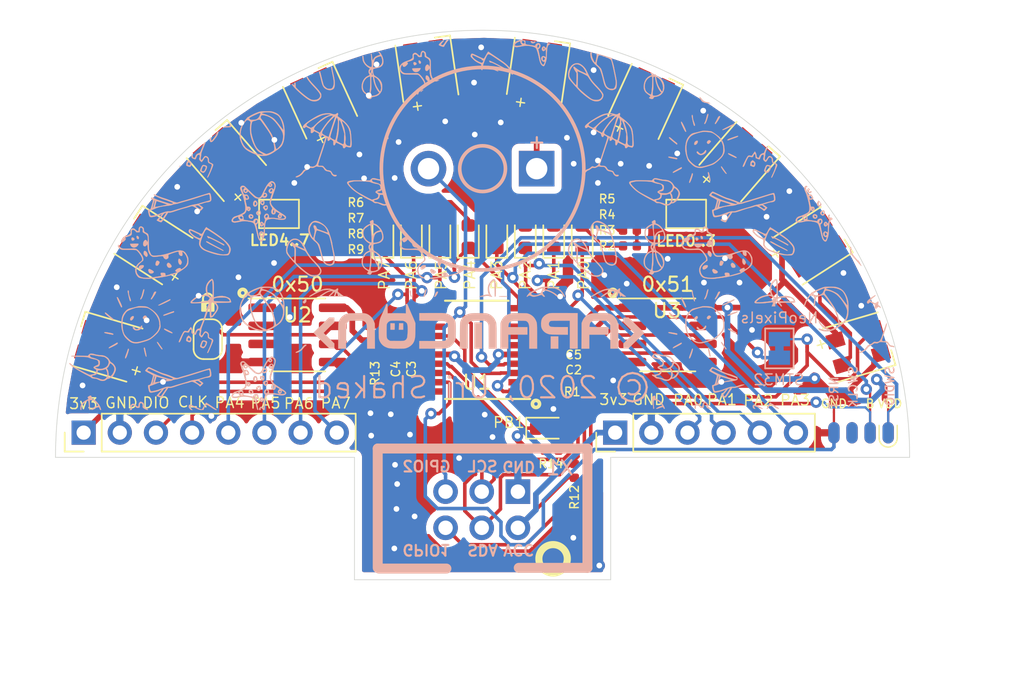
<source format=kicad_pcb>
(kicad_pcb (version 20171130) (host pcbnew "(5.1.5)-3")
  (layers (0 F.Cu signal) (31 B.Cu signal) (34 B.Paste user) (35 F.Paste user) (36 B.SilkS user) (37 F.SilkS user) (38 B.Mask user) (39 F.Mask user) (44 Edge.Cuts user))
  (net 0 "")
  (net 1 /SCL)
  (net 2 /SDA)
  (net 3 GND)
  (net 4 VDD)
  (net 5 /NRST)
  (net 6 /SWCLK)
  (net 7 "Net-(J2-Pad6)")
  (net 8 /BOOT0)
  (net 9 "Net-(J2-Pad3)")
  (net 10 /SWDIO)
  (net 11 "Net-(JP4-Pad1)")
  (net 12 "Net-(D1-Pad2)")
  (net 13 "Net-(D2-Pad2)")
  (net 14 "Net-(D3-Pad2)")
  (net 15 "Net-(D4-Pad2)")
  (net 16 "Net-(D5-Pad2)")
  (net 17 "Net-(D6-Pad2)")
  (net 18 "Net-(D7-Pad2)")
  (net 19 "Net-(D8-Pad2)")
  (net 20 "Net-(JP7-Pad1)")
  (net 21 "Net-(JP8-Pad1)")
  (net 22 "Net-(D11-Pad2)")
  (net 23 "Net-(D11-Pad1)")
  (net 24 "Net-(D12-Pad2)")
  (net 25 "Net-(D13-Pad2)")
  (net 26 "Net-(U2-Pad3)")
  (net 27 "Net-(U2-Pad2)")
  (net 28 "Net-(U2-Pad1)")
  (net 29 /GPIO0)
  (net 30 /GPIO1)
  (net 31 /GPIO2)
  (net 32 /GPIO3)
  (net 33 /GPIO4)
  (net 34 /GPIO5)
  (net 35 /GPIO6)
  (net 36 /GPIO7)
  (net 37 /NEOPIXELS)
  (net 38 /SPEAKER)
  (net 39 "Net-(U3-Pad7)")
  (net 40 "Net-(U3-Pad3)")
  (net 41 "Net-(U3-Pad2)")
  (net 42 "Net-(D14-Pad2)")
  (net 43 "Net-(D15-Pad2)")
  (net 44 "Net-(D16-Pad2)")
  (net 45 "Net-(D17-Pad2)")
  (net 46 "Net-(D18-Pad2)")
  (net 47 "Net-(D19-Pad2)")
  (net 48 "Net-(D20-Pad2)")
  (net 49 "Net-(D21-Pad2)")
  (net 50 "Net-(JP1-Pad2)")
  (module AramCon:background (layer B.Cu) (at 131.175 42.65 180)
    (fp_text reference Ref** hide)
    (fp_text value Val** hide)
  )
  (module AramCon:aramcon-logo-2 (layer B.Cu) (at 130.75 47.8 180)
    (fp_text reference svg2mod hide)
    (fp_text value G*** hide)
  )
  (module Jumper:SolderJumper-2_P1.3mm_Bridged_Pad1.0x1.5mm (layer B.Cu) (at 151.85 49.35 270)
    (fp_text reference JP1 hide)
    (fp_text value SolderJumper_2_Bridged hide)
    (fp_poly (pts (xy -0.25 0.3) (xy 0.25 0.3) (xy 0.25 -0.3) (xy -0.25 -0.3)) (layer B.Cu) (width 0))
    (pad 2 smd rect (at 0.65 0 270) (size 1 1.5) (layers B.Cu B.Mask) (net 50 "Net-(JP1-Pad2)"))
    (pad 1 smd rect (at -0.65 0 270) (size 1 1.5) (layers B.Cu B.Mask) (net 37 /NEOPIXELS))
  )
  (module AramCon:lock (layer F.Cu) (at 111.7 46.1)
    (fp_text reference svg2mod hide)
    (fp_text value G*** hide)
  )
  (module AramCon:LED-SMD_4P-L3.5-W3.5-TL_WS2812B (layer F.Cu) (at 104.613944 49.252355 163.6363636)
    (fp_text reference D21 hide)
    (fp_text value WS2812B)
    (fp_text user + (at -2.4384 -0.9652 163.6363636) (layer F.SilkS) (effects (font (size 0.75 0.75) (thickness 0.1))))
    (pad 3 smd rect (at 1.4 0.9 163.6363636) (size 1.2 1) (layers F.Cu F.Paste F.Mask) (net 3 GND))
    (pad 4 smd rect (at 1.4 -0.9 163.6363636) (size 1.2 1) (layers F.Cu F.Paste F.Mask) (net 48 "Net-(D20-Pad2)"))
    (pad 2 smd rect (at -1.4 0.9 163.6363636) (size 1.2 1) (layers F.Cu F.Paste F.Mask) (net 49 "Net-(D21-Pad2)"))
    (pad 1 smd rect (at -1.4 -0.9 163.6363636) (size 1.2 1) (layers F.Cu F.Paste F.Mask) (net 4 VDD))
  )
  (module AramCon:LED-SMD_4P-L3.5-W3.5-TL_WS2812B (layer F.Cu) (at 107.865528 42.132378 147.2727273)
    (fp_text reference D20 hide)
    (fp_text value WS2812B)
    (fp_text user + (at -2.4384 -0.9652 147.2727273) (layer F.SilkS) (effects (font (size 0.75 0.75) (thickness 0.1))))
    (pad 3 smd rect (at 1.4 0.9 147.2727273) (size 1.2 1) (layers F.Cu F.Paste F.Mask) (net 3 GND))
    (pad 4 smd rect (at 1.4 -0.9 147.2727273) (size 1.2 1) (layers F.Cu F.Paste F.Mask) (net 47 "Net-(D19-Pad2)"))
    (pad 2 smd rect (at -1.4 0.9 147.2727273) (size 1.2 1) (layers F.Cu F.Paste F.Mask) (net 48 "Net-(D20-Pad2)"))
    (pad 1 smd rect (at -1.4 -0.9 147.2727273) (size 1.2 1) (layers F.Cu F.Paste F.Mask) (net 4 VDD))
  )
  (module AramCon:LED-SMD_4P-L3.5-W3.5-TL_WS2812B (layer F.Cu) (at 112.99133 36.216887 130.9090909)
    (fp_text reference D19 hide)
    (fp_text value WS2812B)
    (fp_text user + (at -2.4384 -0.9652 130.9090909) (layer F.SilkS) (effects (font (size 0.75 0.75) (thickness 0.1))))
    (pad 3 smd rect (at 1.4 0.9 130.9090909) (size 1.2 1) (layers F.Cu F.Paste F.Mask) (net 3 GND))
    (pad 4 smd rect (at 1.4 -0.9 130.9090909) (size 1.2 1) (layers F.Cu F.Paste F.Mask) (net 46 "Net-(D18-Pad2)"))
    (pad 2 smd rect (at -1.4 0.9 130.9090909) (size 1.2 1) (layers F.Cu F.Paste F.Mask) (net 47 "Net-(D19-Pad2)"))
    (pad 1 smd rect (at -1.4 -0.9 130.9090909) (size 1.2 1) (layers F.Cu F.Paste F.Mask) (net 4 VDD))
  )
  (module AramCon:LED-SMD_4P-L3.5-W3.5-TL_WS2812B (layer F.Cu) (at 119.576088 31.985121 114.5454545)
    (fp_text reference D18 hide)
    (fp_text value WS2812B)
    (fp_text user + (at -2.4384 -0.9652 114.5454545) (layer F.SilkS) (effects (font (size 0.75 0.75) (thickness 0.1))))
    (pad 3 smd rect (at 1.4 0.9 114.5454545) (size 1.2 1) (layers F.Cu F.Paste F.Mask) (net 3 GND))
    (pad 4 smd rect (at 1.4 -0.9 114.5454545) (size 1.2 1) (layers F.Cu F.Paste F.Mask) (net 45 "Net-(D17-Pad2)"))
    (pad 2 smd rect (at -1.4 0.9 114.5454545) (size 1.2 1) (layers F.Cu F.Paste F.Mask) (net 46 "Net-(D18-Pad2)"))
    (pad 1 smd rect (at -1.4 -0.9 114.5454545) (size 1.2 1) (layers F.Cu F.Paste F.Mask) (net 4 VDD))
  )
  (module AramCon:LED-SMD_4P-L3.5-W3.5-TL_WS2812B (layer F.Cu) (at 127.086342 29.779911 98.18181818)
    (fp_text reference D17 hide)
    (fp_text value WS2812B)
    (fp_text user + (at -2.4384 -0.9652 98.18181818) (layer F.SilkS) (effects (font (size 0.75 0.75) (thickness 0.1))))
    (pad 3 smd rect (at 1.4 0.9 98.18181818) (size 1.2 1) (layers F.Cu F.Paste F.Mask) (net 3 GND))
    (pad 4 smd rect (at 1.4 -0.9 98.18181818) (size 1.2 1) (layers F.Cu F.Paste F.Mask) (net 44 "Net-(D16-Pad2)"))
    (pad 2 smd rect (at -1.4 0.9 98.18181818) (size 1.2 1) (layers F.Cu F.Paste F.Mask) (net 45 "Net-(D17-Pad2)"))
    (pad 1 smd rect (at -1.4 -0.9 98.18181818) (size 1.2 1) (layers F.Cu F.Paste F.Mask) (net 4 VDD))
  )
  (module AramCon:LED-SMD_4P-L3.5-W3.5-TL_WS2812B (layer F.Cu) (at 134.913658 29.779911 81.81818182)
    (fp_text reference D16 hide)
    (fp_text value WS2812B)
    (fp_text user + (at -2.4384 -0.9652 81.81818182) (layer F.SilkS) (effects (font (size 0.75 0.75) (thickness 0.1))))
    (pad 3 smd rect (at 1.4 0.9 81.81818182) (size 1.2 1) (layers F.Cu F.Paste F.Mask) (net 3 GND))
    (pad 4 smd rect (at 1.4 -0.9 81.81818182) (size 1.2 1) (layers F.Cu F.Paste F.Mask) (net 43 "Net-(D15-Pad2)"))
    (pad 2 smd rect (at -1.4 0.9 81.81818182) (size 1.2 1) (layers F.Cu F.Paste F.Mask) (net 44 "Net-(D16-Pad2)"))
    (pad 1 smd rect (at -1.4 -0.9 81.81818182) (size 1.2 1) (layers F.Cu F.Paste F.Mask) (net 4 VDD))
  )
  (module AramCon:LED-SMD_4P-L3.5-W3.5-TL_WS2812B (layer F.Cu) (at 142.423912 31.985121 65.45454545)
    (fp_text reference D15 hide)
    (fp_text value WS2812B)
    (fp_text user + (at -2.4384 -0.9652 65.45454545) (layer F.SilkS) (effects (font (size 0.75 0.75) (thickness 0.1))))
    (pad 3 smd rect (at 1.4 0.9 65.45454545) (size 1.2 1) (layers F.Cu F.Paste F.Mask) (net 3 GND))
    (pad 4 smd rect (at 1.4 -0.9 65.45454545) (size 1.2 1) (layers F.Cu F.Paste F.Mask) (net 42 "Net-(D14-Pad2)"))
    (pad 2 smd rect (at -1.4 0.9 65.45454545) (size 1.2 1) (layers F.Cu F.Paste F.Mask) (net 43 "Net-(D15-Pad2)"))
    (pad 1 smd rect (at -1.4 -0.9 65.45454545) (size 1.2 1) (layers F.Cu F.Paste F.Mask) (net 4 VDD))
  )
  (module AramCon:LED-SMD_4P-L3.5-W3.5-TL_WS2812B (layer F.Cu) (at 149.00867 36.216887 49.09090909)
    (fp_text reference D14 hide)
    (fp_text value WS2812B)
    (fp_text user + (at -2.4384 -0.9652 49.09090909) (layer F.SilkS) (effects (font (size 0.75 0.75) (thickness 0.1))))
    (pad 3 smd rect (at 1.4 0.9 49.09090909) (size 1.2 1) (layers F.Cu F.Paste F.Mask) (net 3 GND))
    (pad 4 smd rect (at 1.4 -0.9 49.09090909) (size 1.2 1) (layers F.Cu F.Paste F.Mask) (net 25 "Net-(D13-Pad2)"))
    (pad 2 smd rect (at -1.4 0.9 49.09090909) (size 1.2 1) (layers F.Cu F.Paste F.Mask) (net 42 "Net-(D14-Pad2)"))
    (pad 1 smd rect (at -1.4 -0.9 49.09090909) (size 1.2 1) (layers F.Cu F.Paste F.Mask) (net 4 VDD))
  )
  (module AramCon:LED-SMD_4P-L3.5-W3.5-TL_WS2812B (layer F.Cu) (at 154.134472 42.132378 32.72727273)
    (fp_text reference D13 hide)
    (fp_text value WS2812B)
    (fp_text user + (at -2.4384 -0.9652 32.72727273) (layer F.SilkS) (effects (font (size 0.75 0.75) (thickness 0.1))))
    (pad 3 smd rect (at 1.4 0.9 32.72727273) (size 1.2 1) (layers F.Cu F.Paste F.Mask) (net 3 GND))
    (pad 4 smd rect (at 1.4 -0.9 32.72727273) (size 1.2 1) (layers F.Cu F.Paste F.Mask) (net 24 "Net-(D12-Pad2)"))
    (pad 2 smd rect (at -1.4 0.9 32.72727273) (size 1.2 1) (layers F.Cu F.Paste F.Mask) (net 25 "Net-(D13-Pad2)"))
    (pad 1 smd rect (at -1.4 -0.9 32.72727273) (size 1.2 1) (layers F.Cu F.Paste F.Mask) (net 4 VDD))
  )
  (module AramCon:LED-SMD_4P-L3.5-W3.5-TL_WS2812B (layer F.Cu) (at 157.386056 49.252355 16.36363636)
    (fp_text reference D12 hide)
    (fp_text value WS2812B)
    (fp_text user + (at -2.4384 -0.9652 16.36363636) (layer F.SilkS) (effects (font (size 0.75 0.75) (thickness 0.1))))
    (pad 3 smd rect (at 1.4 0.9 16.36363636) (size 1.2 1) (layers F.Cu F.Paste F.Mask) (net 3 GND))
    (pad 4 smd rect (at 1.4 -0.9 16.36363636) (size 1.2 1) (layers F.Cu F.Paste F.Mask) (net 37 /NEOPIXELS))
    (pad 2 smd rect (at -1.4 0.9 16.36363636) (size 1.2 1) (layers F.Cu F.Paste F.Mask) (net 24 "Net-(D12-Pad2)"))
    (pad 1 smd rect (at -1.4 -0.9 16.36363636) (size 1.2 1) (layers F.Cu F.Paste F.Mask) (net 4 VDD))
  )
  (module Package_SO:SOIC-8_3.9x4.9mm_P1.27mm (layer F.Cu) (at 144 48.4)
    (fp_text reference U3 (at -0.05 -1.7) (layer F.SilkS))
    (fp_text value AT24C256C)
    (pad 8 smd roundrect (at 2.475 -1.905) (size 1.95 0.6) (layers F.Cu F.Paste F.Mask) (net 4 VDD))
    (pad 7 smd roundrect (at 2.475 -0.635) (size 1.95 0.6) (layers F.Cu F.Paste F.Mask) (net 39 "Net-(U3-Pad7)"))
    (pad 6 smd roundrect (at 2.475 0.635) (size 1.95 0.6) (layers F.Cu F.Paste F.Mask) (net 1 /SCL))
    (pad 5 smd roundrect (at 2.475 1.905) (size 1.95 0.6) (layers F.Cu F.Paste F.Mask) (net 2 /SDA))
    (pad 4 smd roundrect (at -2.475 1.905) (size 1.95 0.6) (layers F.Cu F.Paste F.Mask) (net 3 GND))
    (pad 3 smd roundrect (at -2.475 0.635) (size 1.95 0.6) (layers F.Cu F.Paste F.Mask) (net 40 "Net-(U3-Pad3)"))
    (pad 2 smd roundrect (at -2.475 -0.635) (size 1.95 0.6) (layers F.Cu F.Paste F.Mask) (net 41 "Net-(U3-Pad2)"))
    (pad 1 smd roundrect (at -2.475 -1.905) (size 1.95 0.6) (layers F.Cu F.Paste F.Mask) (net 4 VDD))
  )
  (module Connector_PinHeader_2.54mm:PinHeader_1x08_P2.54mm_Vertical (layer F.Cu) (at 102.976 55.264 90)
    (fp_text reference J4 hide)
    (fp_text value Conn_01x08_Male)
    (pad 8 thru_hole oval (at 0 17.78 90) (size 1.7 1.7) (drill 1) (layers *.Cu *.Mask) (net 36 /GPIO7))
    (pad 7 thru_hole oval (at 0 15.24 90) (size 1.7 1.7) (drill 1) (layers *.Cu *.Mask) (net 35 /GPIO6))
    (pad 6 thru_hole oval (at 0 12.7 90) (size 1.7 1.7) (drill 1) (layers *.Cu *.Mask) (net 34 /GPIO5))
    (pad 5 thru_hole oval (at 0 10.16 90) (size 1.7 1.7) (drill 1) (layers *.Cu *.Mask) (net 33 /GPIO4))
    (pad 4 thru_hole oval (at 0 7.62 90) (size 1.7 1.7) (drill 1) (layers *.Cu *.Mask) (net 6 /SWCLK))
    (pad 3 thru_hole oval (at 0 5.08 90) (size 1.7 1.7) (drill 1) (layers *.Cu *.Mask) (net 10 /SWDIO))
    (pad 2 thru_hole oval (at 0 2.54 90) (size 1.7 1.7) (drill 1) (layers *.Cu *.Mask) (net 3 GND))
    (pad 1 thru_hole rect (at 0 0 90) (size 1.7 1.7) (drill 1) (layers *.Cu *.Mask) (net 4 VDD))
  )
  (module AramCon:BUZZER-R14-2P-7.6PITCH (layer B.Cu) (at 131 36.722 180)
    (fp_text reference LS1 hide)
    (fp_text value Speaker)
    (fp_text user + (at -3.81 1.905) (layer B.SilkS) (effects (justify mirror)))
    (pad 2 thru_hole circle (at 3.8 0 180) (size 2.5 2.5) (drill 1.5) (layers *.Cu *.Mask) (net 38 /SPEAKER))
    (pad 1 thru_hole rect (at -3.799 0 180) (size 2.5 2.5) (drill 1.5) (layers *.Cu *.Mask) (net 4 VDD))
  )
  (module Resistor_SMD:R_0402_1005Metric (layer F.Cu) (at 120.5 42.4 180)
    (fp_text reference R9 (at -1.6 0) (layer F.SilkS) (effects (font (size 0.6 0.6) (thickness 0.1))))
    (fp_text value 4.7k)
    (pad 2 smd roundrect (at 0.485 0 180) (size 0.59 0.64) (layers F.Cu F.Paste F.Mask) (net 21 "Net-(JP8-Pad1)"))
    (pad 1 smd roundrect (at -0.485 0 180) (size 0.59 0.64) (layers F.Cu F.Paste F.Mask) (net 19 "Net-(D8-Pad2)"))
  )
  (module Resistor_SMD:R_0402_1005Metric (layer F.Cu) (at 120.5 41.3 180)
    (fp_text reference R8 (at -1.6 0) (layer F.SilkS) (effects (font (size 0.6 0.6) (thickness 0.1))))
    (fp_text value 4.7k)
    (pad 2 smd roundrect (at 0.485 0 180) (size 0.59 0.64) (layers F.Cu F.Paste F.Mask) (net 21 "Net-(JP8-Pad1)"))
    (pad 1 smd roundrect (at -0.485 0 180) (size 0.59 0.64) (layers F.Cu F.Paste F.Mask) (net 18 "Net-(D7-Pad2)"))
  )
  (module Resistor_SMD:R_0402_1005Metric (layer F.Cu) (at 120.5 40.2 180)
    (fp_text reference R7 (at -1.6 0) (layer F.SilkS) (effects (font (size 0.6 0.6) (thickness 0.1))))
    (fp_text value 4.7k)
    (pad 2 smd roundrect (at 0.485 0 180) (size 0.59 0.64) (layers F.Cu F.Paste F.Mask) (net 21 "Net-(JP8-Pad1)"))
    (pad 1 smd roundrect (at -0.485 0 180) (size 0.59 0.64) (layers F.Cu F.Paste F.Mask) (net 17 "Net-(D6-Pad2)"))
  )
  (module Resistor_SMD:R_0402_1005Metric (layer F.Cu) (at 120.5 39.1 180)
    (fp_text reference R6 (at -1.6 0) (layer F.SilkS) (effects (font (size 0.6 0.6) (thickness 0.1))))
    (fp_text value 4.7k)
    (pad 2 smd roundrect (at 0.485 0 180) (size 0.59 0.64) (layers F.Cu F.Paste F.Mask) (net 21 "Net-(JP8-Pad1)"))
    (pad 1 smd roundrect (at -0.485 0 180) (size 0.59 0.64) (layers F.Cu F.Paste F.Mask) (net 16 "Net-(D5-Pad2)"))
  )
  (module Resistor_SMD:R_0402_1005Metric (layer F.Cu) (at 141.35 38.85)
    (fp_text reference R5 (at -1.6 0) (layer F.SilkS) (effects (font (size 0.6 0.6) (thickness 0.1))))
    (fp_text value 4.7k)
    (pad 2 smd roundrect (at 0.485 0) (size 0.59 0.64) (layers F.Cu F.Paste F.Mask) (net 20 "Net-(JP7-Pad1)"))
    (pad 1 smd roundrect (at -0.485 0) (size 0.59 0.64) (layers F.Cu F.Paste F.Mask) (net 15 "Net-(D4-Pad2)"))
  )
  (module Resistor_SMD:R_0402_1005Metric (layer F.Cu) (at 141.35 39.95)
    (fp_text reference R4 (at -1.6 0) (layer F.SilkS) (effects (font (size 0.6 0.6) (thickness 0.1))))
    (fp_text value 4.7k)
    (pad 2 smd roundrect (at 0.485 0) (size 0.59 0.64) (layers F.Cu F.Paste F.Mask) (net 20 "Net-(JP7-Pad1)"))
    (pad 1 smd roundrect (at -0.485 0) (size 0.59 0.64) (layers F.Cu F.Paste F.Mask) (net 14 "Net-(D3-Pad2)"))
  )
  (module Resistor_SMD:R_0402_1005Metric (layer F.Cu) (at 141.35 41.05)
    (fp_text reference R3 (at -1.6 0) (layer F.SilkS) (effects (font (size 0.6 0.6) (thickness 0.1))))
    (fp_text value 4.7k)
    (pad 2 smd roundrect (at 0.485 0) (size 0.59 0.64) (layers F.Cu F.Paste F.Mask) (net 20 "Net-(JP7-Pad1)"))
    (pad 1 smd roundrect (at -0.485 0) (size 0.59 0.64) (layers F.Cu F.Paste F.Mask) (net 13 "Net-(D2-Pad2)"))
  )
  (module Resistor_SMD:R_0402_1005Metric (layer F.Cu) (at 141.35 42.15)
    (fp_text reference R2 (at -1.6 0) (layer F.SilkS) (effects (font (size 0.6 0.6) (thickness 0.1))))
    (fp_text value 4.7k)
    (pad 2 smd roundrect (at 0.485 0) (size 0.59 0.64) (layers F.Cu F.Paste F.Mask) (net 20 "Net-(JP7-Pad1)"))
    (pad 1 smd roundrect (at -0.485 0) (size 0.59 0.64) (layers F.Cu F.Paste F.Mask) (net 12 "Net-(D1-Pad2)"))
  )
  (module Connector_PinHeader_2.54mm:PinHeader_1x06_P2.54mm_Vertical (layer F.Cu) (at 140.314 55.264 90)
    (fp_text reference J1 hide)
    (fp_text value Conn_01x06_Male)
    (pad 6 thru_hole oval (at 0 12.7 90) (size 1.7 1.7) (drill 1) (layers *.Cu *.Mask) (net 32 /GPIO3))
    (pad 5 thru_hole oval (at 0 10.16 90) (size 1.7 1.7) (drill 1) (layers *.Cu *.Mask) (net 31 /GPIO2))
    (pad 4 thru_hole oval (at 0 7.62 90) (size 1.7 1.7) (drill 1) (layers *.Cu *.Mask) (net 30 /GPIO1))
    (pad 3 thru_hole oval (at 0 5.08 90) (size 1.7 1.7) (drill 1) (layers *.Cu *.Mask) (net 29 /GPIO0))
    (pad 2 thru_hole oval (at 0 2.54 90) (size 1.7 1.7) (drill 1) (layers *.Cu *.Mask) (net 3 GND))
    (pad 1 thru_hole rect (at 0 0 90) (size 1.7 1.7) (drill 1) (layers *.Cu *.Mask) (net 4 VDD))
  )
  (module Resistor_SMD:R_0402_1005Metric (layer F.Cu) (at 123.45 49.25 270)
    (fp_text reference R13 (at 1.85 0 90) (layer F.SilkS) (effects (font (size 0.6 0.6) (thickness 0.1))))
    (fp_text value 10k)
    (pad 2 smd roundrect (at 0.485 0 270) (size 0.59 0.64) (layers F.Cu F.Paste F.Mask) (net 1 /SCL))
    (pad 1 smd roundrect (at -0.485 0 270) (size 0.59 0.64) (layers F.Cu F.Paste F.Mask) (net 4 VDD))
  )
  (module Resistor_SMD:R_0402_1005Metric (layer F.Cu) (at 137.45 57.95 90)
    (fp_text reference R12 (at -1.85 0 90) (layer F.SilkS) (effects (font (size 0.6 0.6) (thickness 0.1))))
    (fp_text value 10k)
    (pad 2 smd roundrect (at 0.485 0 90) (size 0.59 0.64) (layers F.Cu F.Paste F.Mask) (net 2 /SDA))
    (pad 1 smd roundrect (at -0.485 0 90) (size 0.59 0.64) (layers F.Cu F.Paste F.Mask) (net 4 VDD))
  )
  (module Resistor_SMD:R_0402_1005Metric (layer F.Cu) (at 135.715 52.43 180)
    (fp_text reference R1 (at -1.585 0.03) (layer F.SilkS) (effects (font (size 0.6 0.6) (thickness 0.1))))
    (fp_text value 10k)
    (pad 2 smd roundrect (at 0.485 0 180) (size 0.59 0.64) (layers F.Cu F.Paste F.Mask) (net 8 /BOOT0))
    (pad 1 smd roundrect (at -0.485 0 180) (size 0.59 0.64) (layers F.Cu F.Paste F.Mask) (net 3 GND))
  )
  (module Capacitor_SMD:C_0402_1005Metric (layer F.Cu) (at 135.72 49.76)
    (fp_text reference C5 (at 1.68 0.04) (layer F.SilkS) (effects (font (size 0.6 0.6) (thickness 0.1))))
    (fp_text value 1uF)
    (pad 2 smd roundrect (at 0.485 0) (size 0.59 0.64) (layers F.Cu F.Paste F.Mask) (net 3 GND))
    (pad 1 smd roundrect (at -0.485 0) (size 0.59 0.64) (layers F.Cu F.Paste F.Mask) (net 4 VDD))
  )
  (module Capacitor_SMD:C_0402_1005Metric (layer F.Cu) (at 124.9 49.23 90)
    (fp_text reference C4 (at -1.57 0 270) (layer F.SilkS) (effects (font (size 0.6 0.6) (thickness 0.1))))
    (fp_text value 4.7uF)
    (pad 2 smd roundrect (at 0.485 0 90) (size 0.59 0.64) (layers F.Cu F.Paste F.Mask) (net 3 GND))
    (pad 1 smd roundrect (at -0.485 0 90) (size 0.59 0.64) (layers F.Cu F.Paste F.Mask) (net 4 VDD))
  )
  (module Capacitor_SMD:C_0402_1005Metric (layer F.Cu) (at 126 49.23 90)
    (fp_text reference C3 (at -1.57 0 270) (layer F.SilkS) (effects (font (size 0.6 0.6) (thickness 0.1))))
    (fp_text value 100nF)
    (pad 2 smd roundrect (at 0.485 0 90) (size 0.59 0.64) (layers F.Cu F.Paste F.Mask) (net 3 GND))
    (pad 1 smd roundrect (at -0.485 0 90) (size 0.59 0.64) (layers F.Cu F.Paste F.Mask) (net 4 VDD))
  )
  (module Capacitor_SMD:C_0402_1005Metric (layer F.Cu) (at 135.73 50.81 180)
    (fp_text reference C2 (at -1.67 -0.05) (layer F.SilkS) (effects (font (size 0.6 0.6) (thickness 0.1))))
    (fp_text value 1uF)
    (pad 2 smd roundrect (at 0.485 0 180) (size 0.59 0.64) (layers F.Cu F.Paste F.Mask) (net 5 /NRST))
    (pad 1 smd roundrect (at -0.485 0 180) (size 0.59 0.64) (layers F.Cu F.Paste F.Mask) (net 3 GND))
  )
  (module AramCon:Badgelife-SAOv169-SAO-2x3 (layer F.Cu) (at 131 60.7 180)
    (fp_text reference X1 (at -5.43 2.96) (layer B.SilkS) (effects (justify mirror)))
    (fp_text value Badgelife_sao_connector_v169bis)
    (fp_text user GPIO2 (at 3.937 3.048) (layer B.SilkS) (effects (font (size 0.75 0.75)) (justify mirror)))
    (fp_text user SCL (at 0 3.048) (layer B.SilkS) (effects (font (size 0.75 0.75)) (justify mirror)))
    (fp_text user GND (at -2.54 3.048 180 unlocked) (layer B.SilkS) (effects (font (size 0.75 0.75)) (justify mirror)))
    (fp_text user GPIO1 (at 3.937 -2.794 180 unlocked) (layer B.SilkS) (effects (font (size 0.75 0.75)) (justify mirror)))
    (fp_text user SDA (at 0 -2.794 180 unlocked) (layer B.SilkS) (effects (font (size 0.75 0.75)) (justify mirror)))
    (fp_text user VCC (at -2.54 -2.794 180 unlocked) (layer B.SilkS) (effects (font (size 0.75 0.75)) (justify mirror)))
    (pad 2 thru_hole rect (at -2.48 1.29 90) (size 1.7272 1.7272) (drill 1.016) (layers *.Cu *.Mask) (net 3 GND))
    (pad 1 thru_hole oval (at -2.48 -1.25 90) (size 1.7272 1.7272) (drill 1.016) (layers *.Cu *.Mask) (net 4 VDD))
    (pad 4 thru_hole oval (at 0.06 1.29 90) (size 1.7272 1.7272) (drill 1.016) (layers *.Cu *.Mask) (net 1 /SCL))
    (pad 3 thru_hole oval (at 0.06 -1.25 90) (size 1.7272 1.7272) (drill 1.016) (layers *.Cu *.Mask) (net 2 /SDA))
    (pad 6 thru_hole circle (at 2.6 1.29 90) (size 1.7272 1.7272) (drill 1.016) (layers *.Cu *.Mask) (net 38 /SPEAKER))
    (pad 5 thru_hole circle (at 2.6 -1.25 90) (size 1.7272 1.7272) (drill 1.016) (layers *.Cu *.Mask) (net 37 /NEOPIXELS))
  )
  (module Resistor_SMD:R_0402_1005Metric (layer F.Cu) (at 135.85 56.5)
    (fp_text reference R14 (at -0.05 0.95) (layer F.SilkS) (effects (font (size 0.6 0.6) (thickness 0.1))))
    (fp_text value 1k)
    (pad 2 smd roundrect (at 0.485 0) (size 0.59 0.64) (layers F.Cu F.Paste F.Mask) (net 22 "Net-(D11-Pad2)"))
    (pad 1 smd roundrect (at -0.485 0) (size 0.59 0.64) (layers F.Cu F.Paste F.Mask) (net 4 VDD))
  )
  (module LED_SMD:LED_0603_1608Metric (layer F.Cu) (at 135.55 54.95)
    (fp_text reference D11 hide)
    (fp_text value LED)
    (pad 2 smd roundrect (at 0.7875 0) (size 0.875 0.95) (layers F.Cu F.Paste F.Mask) (net 22 "Net-(D11-Pad2)"))
    (pad 1 smd roundrect (at -0.7875 0) (size 0.875 0.95) (layers F.Cu F.Paste F.Mask) (net 23 "Net-(D11-Pad1)"))
  )
  (module Jumper:SolderJumper-2_P1.3mm_Bridged_Pad1.0x1.5mm (layer F.Cu) (at 116.7 39.9 180)
    (fp_text reference JP8 hide)
    (fp_text value LEDS2 hide)
    (fp_poly (pts (xy -0.25 -0.3) (xy 0.25 -0.3) (xy 0.25 0.3) (xy -0.25 0.3)) (layer F.Cu) (width 0))
    (pad 1 smd rect (at -0.65 0 180) (size 1 1.5) (layers F.Cu F.Mask) (net 21 "Net-(JP8-Pad1)"))
    (pad 2 smd rect (at 0.65 0 180) (size 1 1.5) (layers F.Cu F.Mask) (net 4 VDD))
  )
  (module Jumper:SolderJumper-2_P1.3mm_Bridged_Pad1.0x1.5mm (layer F.Cu) (at 145.3 39.9)
    (fp_text reference JP7 hide)
    (fp_text value LEDS1 hide)
    (fp_poly (pts (xy -0.25 -0.3) (xy 0.25 -0.3) (xy 0.25 0.3) (xy -0.25 0.3)) (layer F.Cu) (width 0))
    (pad 1 smd rect (at -0.65 0) (size 1 1.5) (layers F.Cu F.Mask) (net 20 "Net-(JP7-Pad1)"))
    (pad 2 smd rect (at 0.65 0) (size 1 1.5) (layers F.Cu F.Mask) (net 4 VDD))
  )
  (module LED_SMD:LED_0603_1608Metric (layer F.Cu) (at 124 41.5 90)
    (fp_text reference D8 hide)
    (fp_text value LED)
    (pad 2 smd roundrect (at 0.7875 0 90) (size 0.875 0.95) (layers F.Cu F.Paste F.Mask) (net 19 "Net-(D8-Pad2)"))
    (pad 1 smd roundrect (at -0.7875 0 90) (size 0.875 0.95) (layers F.Cu F.Paste F.Mask) (net 36 /GPIO7))
  )
  (module LED_SMD:LED_0603_1608Metric (layer F.Cu) (at 126 41.5 90)
    (fp_text reference D7 hide)
    (fp_text value LED)
    (pad 2 smd roundrect (at 0.7875 0 90) (size 0.875 0.95) (layers F.Cu F.Paste F.Mask) (net 18 "Net-(D7-Pad2)"))
    (pad 1 smd roundrect (at -0.7875 0 90) (size 0.875 0.95) (layers F.Cu F.Paste F.Mask) (net 35 /GPIO6))
  )
  (module LED_SMD:LED_0603_1608Metric (layer F.Cu) (at 128 41.5 90)
    (fp_text reference D6 hide)
    (fp_text value LED)
    (pad 2 smd roundrect (at 0.7875 0 90) (size 0.875 0.95) (layers F.Cu F.Paste F.Mask) (net 17 "Net-(D6-Pad2)"))
    (pad 1 smd roundrect (at -0.7875 0 90) (size 0.875 0.95) (layers F.Cu F.Paste F.Mask) (net 34 /GPIO5))
  )
  (module LED_SMD:LED_0603_1608Metric (layer F.Cu) (at 130 41.5 90)
    (fp_text reference D5 hide)
    (fp_text value LED)
    (pad 2 smd roundrect (at 0.7875 0 90) (size 0.875 0.95) (layers F.Cu F.Paste F.Mask) (net 16 "Net-(D5-Pad2)"))
    (pad 1 smd roundrect (at -0.7875 0 90) (size 0.875 0.95) (layers F.Cu F.Paste F.Mask) (net 33 /GPIO4))
  )
  (module LED_SMD:LED_0603_1608Metric (layer F.Cu) (at 132 41.5 90)
    (fp_text reference D4 hide)
    (fp_text value LED)
    (pad 2 smd roundrect (at 0.7875 0 90) (size 0.875 0.95) (layers F.Cu F.Paste F.Mask) (net 15 "Net-(D4-Pad2)"))
    (pad 1 smd roundrect (at -0.7875 0 90) (size 0.875 0.95) (layers F.Cu F.Paste F.Mask) (net 32 /GPIO3))
  )
  (module LED_SMD:LED_0603_1608Metric (layer F.Cu) (at 134 41.5 90)
    (fp_text reference D3 hide)
    (fp_text value LED)
    (pad 2 smd roundrect (at 0.7875 0 90) (size 0.875 0.95) (layers F.Cu F.Paste F.Mask) (net 14 "Net-(D3-Pad2)"))
    (pad 1 smd roundrect (at -0.7875 0 90) (size 0.875 0.95) (layers F.Cu F.Paste F.Mask) (net 31 /GPIO2))
  )
  (module LED_SMD:LED_0603_1608Metric (layer F.Cu) (at 136 41.5 90)
    (fp_text reference D2 hide)
    (fp_text value LED)
    (pad 2 smd roundrect (at 0.7875 0 90) (size 0.875 0.95) (layers F.Cu F.Paste F.Mask) (net 13 "Net-(D2-Pad2)"))
    (pad 1 smd roundrect (at -0.7875 0 90) (size 0.875 0.95) (layers F.Cu F.Paste F.Mask) (net 30 /GPIO1))
  )
  (module LED_SMD:LED_0603_1608Metric (layer F.Cu) (at 138 41.5 90)
    (fp_text reference D1 hide)
    (fp_text value LED)
    (pad 2 smd roundrect (at 0.7875 0 90) (size 0.875 0.95) (layers F.Cu F.Paste F.Mask) (net 12 "Net-(D1-Pad2)"))
    (pad 1 smd roundrect (at -0.7875 0 90) (size 0.875 0.95) (layers F.Cu F.Paste F.Mask) (net 29 /GPIO0))
  )
  (module Package_SO:SOIC-8_3.9x4.9mm_P1.27mm (layer F.Cu) (at 118 48.4)
    (fp_text reference U2 (at 0 -1.4) (layer F.SilkS))
    (fp_text value M24C02-WMN)
    (pad 8 smd roundrect (at 2.475 -1.905) (size 1.95 0.6) (layers F.Cu F.Paste F.Mask) (net 4 VDD))
    (pad 7 smd roundrect (at 2.475 -0.635) (size 1.95 0.6) (layers F.Cu F.Paste F.Mask) (net 11 "Net-(JP4-Pad1)"))
    (pad 6 smd roundrect (at 2.475 0.635) (size 1.95 0.6) (layers F.Cu F.Paste F.Mask) (net 1 /SCL))
    (pad 5 smd roundrect (at 2.475 1.905) (size 1.95 0.6) (layers F.Cu F.Paste F.Mask) (net 2 /SDA))
    (pad 4 smd roundrect (at -2.475 1.905) (size 1.95 0.6) (layers F.Cu F.Paste F.Mask) (net 3 GND))
    (pad 3 smd roundrect (at -2.475 0.635) (size 1.95 0.6) (layers F.Cu F.Paste F.Mask) (net 26 "Net-(U2-Pad3)"))
    (pad 2 smd roundrect (at -2.475 -0.635) (size 1.95 0.6) (layers F.Cu F.Paste F.Mask) (net 27 "Net-(U2-Pad2)"))
    (pad 1 smd roundrect (at -2.475 -1.905) (size 1.95 0.6) (layers F.Cu F.Paste F.Mask) (net 28 "Net-(U2-Pad1)"))
  )
  (module Jumper:SolderJumper-2_P1.3mm_Open_RoundedPad1.0x1.5mm (layer F.Cu) (at 111.7 48.7 270)
    (fp_text reference JP4 hide)
    (fp_text value WP hide)
    (pad 2 smd custom (at 0.65 0 270) (size 1 0.5) (layers F.Cu F.Mask) (net 4 VDD) (options (clearance outline) (anchor rect)) (primitives (gr_circle (center 0 0.25) (end 0.5 0.25) (width 0)) (gr_circle (center 0 -0.25) (end 0.5 -0.25) (width 0)) (gr_poly (pts (xy 0 -0.75) (xy -0.5 -0.75) (xy -0.5 0.75) (xy 0 0.75)) (width 0))))
    (pad 1 smd custom (at -0.65 0 270) (size 1 0.5) (layers F.Cu F.Mask) (net 11 "Net-(JP4-Pad1)") (options (clearance outline) (anchor rect)) (primitives (gr_circle (center 0 0.25) (end 0.5 0.25) (width 0)) (gr_circle (center 0 -0.25) (end 0.5 -0.25) (width 0)) (gr_poly (pts (xy 0 -0.75) (xy 0.5 -0.75) (xy 0.5 0.75) (xy 0 0.75)) (width 0))))
  )
  (module Package_SO:TSSOP-20_4.4x6.5mm_P0.65mm (layer F.Cu) (at 130.59 49.45 180)
    (fp_text reference U1 (at -0.01 -2.28) (layer F.SilkS))
    (fp_text value STM32F030F4Px)
    (pad 20 smd rect (at 2.95 -2.925 180) (size 1.45 0.45) (layers F.Cu F.Paste F.Mask) (net 6 /SWCLK))
    (pad 19 smd rect (at 2.95 -2.275 180) (size 1.45 0.45) (layers F.Cu F.Paste F.Mask) (net 10 /SWDIO))
    (pad 18 smd rect (at 2.95 -1.625 180) (size 1.45 0.45) (layers F.Cu F.Paste F.Mask) (net 2 /SDA))
    (pad 17 smd rect (at 2.95 -0.975 180) (size 1.45 0.45) (layers F.Cu F.Paste F.Mask) (net 1 /SCL))
    (pad 16 smd rect (at 2.95 -0.325 180) (size 1.45 0.45) (layers F.Cu F.Paste F.Mask) (net 4 VDD))
    (pad 15 smd rect (at 2.95 0.325 180) (size 1.45 0.45) (layers F.Cu F.Paste F.Mask) (net 3 GND))
    (pad 14 smd rect (at 2.95 0.975 180) (size 1.45 0.45) (layers F.Cu F.Paste F.Mask) (net 23 "Net-(D11-Pad1)"))
    (pad 13 smd rect (at 2.95 1.625 180) (size 1.45 0.45) (layers F.Cu F.Paste F.Mask) (net 36 /GPIO7))
    (pad 12 smd rect (at 2.95 2.275 180) (size 1.45 0.45) (layers F.Cu F.Paste F.Mask) (net 35 /GPIO6))
    (pad 11 smd rect (at 2.95 2.925 180) (size 1.45 0.45) (layers F.Cu F.Paste F.Mask) (net 34 /GPIO5))
    (pad 10 smd rect (at -2.95 2.925 180) (size 1.45 0.45) (layers F.Cu F.Paste F.Mask) (net 33 /GPIO4))
    (pad 9 smd rect (at -2.95 2.275 180) (size 1.45 0.45) (layers F.Cu F.Paste F.Mask) (net 32 /GPIO3))
    (pad 8 smd rect (at -2.95 1.625 180) (size 1.45 0.45) (layers F.Cu F.Paste F.Mask) (net 31 /GPIO2))
    (pad 7 smd rect (at -2.95 0.975 180) (size 1.45 0.45) (layers F.Cu F.Paste F.Mask) (net 30 /GPIO1))
    (pad 6 smd rect (at -2.95 0.325 180) (size 1.45 0.45) (layers F.Cu F.Paste F.Mask) (net 29 /GPIO0))
    (pad 5 smd rect (at -2.95 -0.325 180) (size 1.45 0.45) (layers F.Cu F.Paste F.Mask) (net 4 VDD))
    (pad 4 smd rect (at -2.95 -0.975 180) (size 1.45 0.45) (layers F.Cu F.Paste F.Mask) (net 5 /NRST))
    (pad 3 smd rect (at -2.95 -1.625 180) (size 1.45 0.45) (layers F.Cu F.Paste F.Mask) (net 38 /SPEAKER))
    (pad 2 smd rect (at -2.95 -2.275 180) (size 1.45 0.45) (layers F.Cu F.Paste F.Mask) (net 50 "Net-(JP1-Pad2)"))
    (pad 1 smd rect (at -2.95 -2.925 180) (size 1.45 0.45) (layers F.Cu F.Paste F.Mask) (net 8 /BOOT0))
  )
  (module SOICBite:SOIC_clipProgSmall (layer F.Cu) (at 157.586 56.026)
    (fp_text reference J2 hide)
    (fp_text value Conn_02x04_Top_Bottom)
    (pad 5 smd oval (at -1.905 -0.75) (size 0.8 1.5) (layers B.Cu B.Mask) (net 10 /SWDIO))
    (pad 4 smd oval (at -1.905 -0.75) (size 0.8 1.5) (layers F.Cu F.Mask) (net 3 GND))
    (pad 3 smd oval (at -0.635 -0.75) (size 0.8 1.5) (layers F.Cu F.Mask) (net 9 "Net-(J2-Pad3)"))
    (pad 2 smd oval (at 0.635 -0.75) (size 0.8 1.5) (layers F.Cu F.Mask) (net 8 /BOOT0))
    (pad 1 smd oval (at 1.905 -0.75) (size 0.8 1.5) (layers F.Cu F.Mask) (net 4 VDD))
    (pad 6 smd oval (at -0.635 -0.75) (size 0.8 1.5) (layers B.Cu B.Mask) (net 7 "Net-(J2-Pad6)"))
    (pad 7 smd oval (at 0.635 -0.75) (size 0.8 1.5) (layers B.Cu B.Mask) (net 6 /SWCLK))
    (pad 8 smd oval (at 1.905 -0.75) (size 0.8 1.5) (layers B.Cu B.Mask) (net 5 /NRST))
    (pad "" np_thru_hole circle (at -2.54 -1.905) (size 0.7 0.7) (drill 0.7) (layers *.Cu *.Mask))
    (pad "" np_thru_hole circle (at -1.27 -1.905) (size 0.7 0.7) (drill 0.7) (layers *.Cu *.Mask))
    (pad "" np_thru_hole circle (at 0 -1.905) (size 0.7 0.7) (drill 0.7) (layers *.Cu *.Mask))
    (pad "" np_thru_hole circle (at 1.27 -1.905) (size 0.7 0.7) (drill 0.7) (layers *.Cu *.Mask))
    (pad "" np_thru_hole circle (at 2.54 -1.905) (size 0.7 0.7) (drill 0.7) (layers *.Cu *.Mask))
  )
  (gr_text STM32 (at 151.8 51.55) (layer B.SilkS) (effects (font (size 0.75 0.75) (thickness 0.1)) (justify mirror)))
  (gr_text NeoPixels (at 151.85 47.2) (layer B.SilkS) (effects (font (size 0.75 0.75) (thickness 0.1)) (justify mirror)))
  (gr_text "0x51\n" (at 144 44.85) (layer F.SilkS) (effects (font (size 1 1))))
  (gr_text 0x50 (at 118 44.85) (layer F.SilkS) (effects (font (size 1 1))))
  (gr_text LED4..7 (at 116.75 41.75) (layer F.SilkS) (effects (font (size 0.75 0.75))))
  (gr_text LED0..3 (at 145.3 41.8) (layer F.SilkS) (effects (font (size 0.75 0.75))))
  (gr_circle (center 134.75 53.25) (end 135 53.25) (layer F.SilkS) (width 0.25))
  (gr_text PA6 (at 126 44.2 90) (layer F.SilkS) (effects (font (size 0.75 0.75) (thickness 0.1))))
  (gr_text PA5 (at 128.1 44.2 90) (layer F.SilkS) (effects (font (size 0.75 0.75) (thickness 0.1))))
  (gr_text PA4 (at 130.1 44.2 90) (layer F.SilkS) (effects (font (size 0.75 0.75) (thickness 0.1))))
  (gr_text PA3 (at 132 44.2 90) (layer F.SilkS) (effects (font (size 0.75 0.75) (thickness 0.1))))
  (gr_text PA2 (at 134 44.2 90) (layer F.SilkS) (effects (font (size 0.75 0.75) (thickness 0.1))))
  (gr_text PA1 (at 136 44.2 90) (layer F.SilkS) (effects (font (size 0.75 0.75) (thickness 0.1))))
  (gr_text PA7 (at 124.1 44.2 90) (layer F.SilkS) (effects (font (size 0.75 0.75) (thickness 0.1))))
  (gr_text PA0 (at 138.1 44.2 90) (layer F.SilkS) (effects (font (size 0.75 0.75) (thickness 0.1))))
  (gr_text PB1 (at 132.85 54.55) (layer F.SilkS) (effects (font (size 0.75 0.75) (thickness 0.1))))
  (gr_circle (center 140.15 45.45) (end 140.4 45.45) (layer F.SilkS) (width 0.25))
  (gr_text CLK (at 110.65 53.11) (layer F.SilkS) (effects (font (size 0.75 0.75) (thickness 0.1))))
  (gr_text DIO (at 108.06 53.17) (layer F.SilkS) (effects (font (size 0.75 0.75) (thickness 0.1))))
  (gr_text GND (at 105.63 53.17) (layer F.SilkS) (effects (font (size 0.75 0.75) (thickness 0.1))))
  (gr_text 3v3 (at 102.96 53.23) (layer F.SilkS) (effects (font (size 0.75 0.75) (thickness 0.1))))
  (gr_text PA7 (at 120.68 53.19) (layer F.SilkS) (effects (font (size 0.75 0.75) (thickness 0.1))))
  (gr_text PA6 (at 118.1 53.22) (layer F.SilkS) (effects (font (size 0.75 0.75) (thickness 0.1))))
  (gr_text PA5 (at 115.75 53.19) (layer F.SilkS) (effects (font (size 0.75 0.75) (thickness 0.1))))
  (gr_text PA4 (at 113.23 53.16) (layer F.SilkS) (effects (font (size 0.75 0.75) (thickness 0.1))))
  (gr_text PA3 (at 152.95 52.98) (layer F.SilkS) (effects (font (size 0.75 0.75) (thickness 0.1))))
  (gr_text PA2 (at 150.37 53.01) (layer F.SilkS) (effects (font (size 0.75 0.75) (thickness 0.1))))
  (gr_text PA1 (at 147.82 52.95) (layer F.SilkS) (effects (font (size 0.75 0.75) (thickness 0.1))))
  (gr_text PA0 (at 145.44 52.98) (layer F.SilkS) (effects (font (size 0.75 0.75) (thickness 0.1))))
  (gr_text GND (at 142.66 52.94) (layer F.SilkS) (effects (font (size 0.75 0.75) (thickness 0.1))))
  (gr_text 3v3 (at 140.2 52.94) (layer F.SilkS) (effects (font (size 0.75 0.75) (thickness 0.1))))
  (gr_line (start 161 57) (end 140 57) (layer Edge.Cuts) (width 0.05))
  (gr_line (start 122 65.6) (end 122 57) (layer Edge.Cuts) (width 0.05))
  (gr_line (start 140 57) (end 140 65.6) (layer Edge.Cuts) (width 0.05))
  (gr_line (start 122 65.6) (end 140 65.6) (layer Edge.Cuts) (width 0.05))
  (gr_line (start 122 57) (end 101 57) (layer Edge.Cuts) (width 0.05))
  (gr_arc (start 131 57) (end 161 57) (angle -180) (layer Edge.Cuts) (width 0.05))
  (gr_text "© 2020, Uri Shaked" (at 131 52.1) (layer B.SilkS) (effects (font (size 1.5 1.5)) (justify mirror)))
  (gr_text B (at 158.221 53.232) (layer F.SilkS) (effects (font (size 0.6 0.6) (thickness 0.1))))
  (gr_text NRST (at 155.681 52.45 90) (layer B.SilkS) (effects (font (size 0.6 0.6) (thickness 0.1)) (justify mirror)))
  (gr_text SWCLK (at 157.031 52.05692 90) (layer B.SilkS) (effects (font (size 0.6 0.6) (thickness 0.1)) (justify mirror)))
  (gr_text SWDIO (at 159.6091 51.99088 90) (layer B.SilkS) (effects (font (size 0.6 0.6) (thickness 0.1)) (justify mirror)))
  (gr_text VDD (at 159.618 53.232) (layer F.SilkS) (effects (font (size 0.6 0.6) (thickness 0.1))))
  (gr_text GND (at 155.681 53.232) (layer F.SilkS) (effects (font (size 0.6 0.6) (thickness 0.1))))
  (gr_circle (center 114.15 45.45) (end 114.4 45.45) (layer F.SilkS) (width 0.25))
  (segment (start 120.775 49.335) (end 120.475 49.035) (width 0.25) (layer F.Cu) (net 1))
  (segment (start 121.151768 49.335) (end 120.775 49.335) (width 0.25) (layer F.Cu) (net 1))
  (segment (start 122.241768 50.425) (end 121.151768 49.335) (width 0.25) (layer F.Cu) (net 1))
  (segment (start 130.94 59.001387) (end 130.94 59.41) (width 0.25) (layer F.Cu) (net 1))
  (segment (start 146.475 49.035) (end 145.84999 48.40999) (width 0.25) (layer F.Cu) (net 1))
  (segment (start 136.678222 57.14501) (end 137.25 56.573232) (width 0.25) (layer F.Cu) (net 1))
  (segment (start 132.796377 57.14501) (end 136.678222 57.14501) (width 0.25) (layer F.Cu) (net 1))
  (segment (start 131.803599 58.546401) (end 131.803599 58.137788) (width 0.25) (layer F.Cu) (net 1))
  (segment (start 130.94 59.41) (end 131.803599 58.546401) (width 0.25) (layer F.Cu) (net 1))
  (segment (start 131.803599 58.137788) (end 132.796377 57.14501) (width 0.25) (layer F.Cu) (net 1))
  (segment (start 123.45 50.35) (end 123.45 49.735) (width 0.25) (layer F.Cu) (net 1))
  (segment (start 123.525 50.425) (end 123.45 50.35) (width 0.25) (layer F.Cu) (net 1))
  (segment (start 127.64 50.425) (end 123.525 50.425) (width 0.25) (layer F.Cu) (net 1))
  (segment (start 123.525 50.425) (end 122.241768 50.425) (width 0.25) (layer F.Cu) (net 1))
  (segment (start 137.25 51.663232) (end 137.25 52.1) (width 0.25) (layer F.Cu) (net 1))
  (segment (start 140.503242 48.40999) (end 137.25 51.663232) (width 0.25) (layer F.Cu) (net 1))
  (segment (start 145.84999 48.40999) (end 140.503242 48.40999) (width 0.25) (layer F.Cu) (net 1))
  (segment (start 137.25 56.573232) (end 137.25 52.1) (width 0.25) (layer F.Cu) (net 1))
  (segment (start 137.25 52.1) (end 137.25 51.75) (width 0.25) (layer F.Cu) (net 1))
  (segment (start 130.950011 55.0636) (end 130.950011 59.399989) (width 0.25) (layer F.Cu) (net 1))
  (segment (start 127.64 50.425) (end 128.501976 50.425) (width 0.25) (layer F.Cu) (net 1))
  (segment (start 129.92859 54.042179) (end 130.950011 55.0636) (width 0.25) (layer F.Cu) (net 1))
  (segment (start 130.950011 59.399989) (end 130.94 59.41) (width 0.25) (layer F.Cu) (net 1))
  (segment (start 128.501976 50.425) (end 128.701977 50.625001) (width 0.25) (layer F.Cu) (net 1))
  (segment (start 128.701977 50.625001) (end 128.815001 50.625001) (width 0.25) (layer F.Cu) (net 1))
  (segment (start 129.92859 51.73859) (end 129.92859 54.042179) (width 0.25) (layer F.Cu) (net 1))
  (segment (start 128.815001 50.625001) (end 129.92859 51.73859) (width 0.25) (layer F.Cu) (net 1))
  (segment (start 121.245 51.075) (end 120.475 50.305) (width 0.25) (layer F.Cu) (net 2))
  (segment (start 127.64 51.075) (end 121.245 51.075) (width 0.25) (layer F.Cu) (net 2))
  (segment (start 128.615 51.075) (end 129.45 51.91) (width 0.25) (layer F.Cu) (net 2))
  (segment (start 127.64 51.075) (end 128.615 51.075) (width 0.25) (layer F.Cu) (net 2))
  (segment (start 129.45 51.91) (end 129.45 54.2) (width 0.25) (layer F.Cu) (net 2))
  (segment (start 129.45 54.2) (end 130.5 55.25) (width 0.25) (layer F.Cu) (net 2))
  (segment (start 130.5 55.25) (end 130.5 58.2) (width 0.25) (layer F.Cu) (net 2))
  (segment (start 129.751399 60.761399) (end 130.94 61.95) (width 0.25) (layer F.Cu) (net 2))
  (segment (start 129.751399 58.839471) (end 129.751399 60.761399) (width 0.25) (layer F.Cu) (net 2))
  (segment (start 130.39087 58.2) (end 129.751399 58.839471) (width 0.25) (layer F.Cu) (net 2))
  (segment (start 130.5 58.2) (end 130.39087 58.2) (width 0.25) (layer F.Cu) (net 2))
  (segment (start 136.415012 58.221399) (end 132.465011 58.221399) (width 0.25) (layer F.Cu) (net 2))
  (segment (start 145.84999 49.67999) (end 140.503242 49.67999) (width 0.25) (layer F.Cu) (net 2))
  (segment (start 132.25361 60.63639) (end 130.94 61.95) (width 0.25) (layer F.Cu) (net 2))
  (segment (start 132.25361 58.4328) (end 132.25361 60.63639) (width 0.25) (layer F.Cu) (net 2))
  (segment (start 137.700011 52.483221) (end 137.700011 56.9364) (width 0.25) (layer F.Cu) (net 2))
  (segment (start 132.465011 58.221399) (end 132.25361 58.4328) (width 0.25) (layer F.Cu) (net 2))
  (segment (start 137.700011 56.9364) (end 136.415012 58.221399) (width 0.25) (layer F.Cu) (net 2))
  (segment (start 140.503242 49.67999) (end 137.700011 52.483221) (width 0.25) (layer F.Cu) (net 2))
  (segment (start 146.475 50.305) (end 145.84999 49.67999) (width 0.25) (layer F.Cu) (net 2))
  (segment (start 137.6836 56.9364) (end 137.700011 56.9364) (width 0.25) (layer F.Cu) (net 2))
  (segment (start 137.45 57.17) (end 137.6836 56.9364) (width 0.25) (layer F.Cu) (net 2))
  (segment (start 137.45 57.465) (end 137.45 57.17) (width 0.25) (layer F.Cu) (net 2))
  (via (at 116.35 43.35) (size 0.8) (drill 0.4) (layers F.Cu B.Cu) (net 3))
  (via (at 108.55 51.7) (size 0.8) (drill 0.4) (layers F.Cu B.Cu) (net 3))
  (via (at 157.6 46.35) (size 0.8) (drill 0.4) (layers F.Cu B.Cu) (net 3))
  (via (at 156.35 44.05) (size 0.8) (drill 0.4) (layers F.Cu B.Cu) (net 3))
  (via (at 152.55 38.3) (size 0.8) (drill 0.4) (layers F.Cu B.Cu) (net 3))
  (via (at 146.5 32.65) (size 0.8) (drill 0.4) (layers F.Cu B.Cu) (net 3))
  (via (at 138.8 29.8) (size 0.8) (drill 0.4) (layers F.Cu B.Cu) (net 3))
  (via (at 130.9 28.2) (size 0.8) (drill 0.4) (layers F.Cu B.Cu) (net 3))
  (via (at 123.55 29.4) (size 0.8) (drill 0.4) (layers F.Cu B.Cu) (net 3))
  (via (at 114.05 33.5) (size 0.8) (drill 0.4) (layers F.Cu B.Cu) (net 3))
  (via (at 109.55 38) (size 0.8) (drill 0.4) (layers F.Cu B.Cu) (net 3))
  (via (at 105.3 45.05) (size 0.8) (drill 0.4) (layers F.Cu B.Cu) (net 3))
  (via (at 102.9 51.95) (size 0.8) (drill 0.4) (layers F.Cu B.Cu) (net 3))
  (via (at 113.85 44.35) (size 0.8) (drill 0.4) (layers F.Cu B.Cu) (net 3))
  (via (at 111.05 45.65) (size 0.8) (drill 0.4) (layers F.Cu B.Cu) (net 3))
  (via (at 117.45 47.15) (size 0.8) (drill 0.4) (layers F.Cu B.Cu) (net 3))
  (via (at 111.95 54.1) (size 0.8) (drill 0.4) (layers F.Cu B.Cu) (net 3))
  (via (at 129.35 57.05) (size 0.8) (drill 0.4) (layers F.Cu B.Cu) (net 3))
  (segment (start 126.124298 48.745) (end 126 48.745) (width 0.4) (layer F.Cu) (net 3))
  (segment (start 126.504298 49.125) (end 126.124298 48.745) (width 0.4) (layer F.Cu) (net 3))
  (segment (start 127.64 49.125) (end 126.504298 49.125) (width 0.4) (layer F.Cu) (net 3))
  (via (at 131.15 54) (size 0.8) (drill 0.4) (layers F.Cu B.Cu) (net 3))
  (via (at 131.7 55.575) (size 0.8) (drill 0.4) (layers F.Cu B.Cu) (net 3))
  (via (at 135.975 53.6) (size 0.8) (drill 0.4) (layers F.Cu B.Cu) (net 3))
  (via (at 137.1 49.8) (size 0.8) (drill 0.4) (layers F.Cu B.Cu) (net 3))
  (segment (start 136.205 49.76) (end 137.165 49.76) (width 0.4) (layer F.Cu) (net 3))
  (segment (start 136.205 50.8) (end 136.215 50.81) (width 0.4) (layer F.Cu) (net 3))
  (segment (start 136.205 49.76) (end 136.205 50.8) (width 0.4) (layer F.Cu) (net 3))
  (segment (start 155.681 55.276) (end 155.681 53.823598) (width 0.16) (layer F.Cu) (net 3))
  (segment (start 155.681 53.823598) (end 155.681 53.356) (width 0.16) (layer F.Cu) (net 3))
  (segment (start 155.681 53.356) (end 155.681 53.35503) (width 0.4) (layer F.Cu) (net 3))
  (segment (start 158.499512 50.204866) (end 158.982905 49.721473) (width 0.4) (layer F.Cu) (net 3))
  (segment (start 155.681 53.35503) (end 158.499512 50.536518) (width 0.4) (layer F.Cu) (net 3))
  (segment (start 158.499512 50.536518) (end 158.499512 50.204866) (width 0.4) (layer F.Cu) (net 3))
  (via (at 124.55 53.975) (size 0.8) (drill 0.4) (layers F.Cu B.Cu) (net 3))
  (via (at 123.125 53.9) (size 0.8) (drill 0.4) (layers F.Cu B.Cu) (net 3))
  (via (at 123.175 55.475) (size 0.8) (drill 0.4) (layers F.Cu B.Cu) (net 3))
  (via (at 124.8 63.4) (size 0.8) (drill 0.4) (layers F.Cu B.Cu) (net 3))
  (via (at 137.375 62.65) (size 0.8) (drill 0.4) (layers F.Cu B.Cu) (net 3))
  (via (at 139.2 64.6) (size 0.8) (drill 0.4) (layers F.Cu B.Cu) (net 3))
  (via (at 148 40.15) (size 0.8) (drill 0.4) (layers F.Cu B.Cu) (net 3))
  (via (at 149.05 44.725) (size 0.8) (drill 0.4) (layers F.Cu B.Cu) (net 3))
  (via (at 146.55 44.725) (size 0.8) (drill 0.4) (layers F.Cu B.Cu) (net 3))
  (via (at 148.025 43.025) (size 0.8) (drill 0.4) (layers F.Cu B.Cu) (net 3))
  (via (at 144 43.05) (size 0.8) (drill 0.4) (layers F.Cu B.Cu) (net 3))
  (via (at 141.125 44.8) (size 0.8) (drill 0.4) (layers F.Cu B.Cu) (net 3))
  (via (at 139.55 44.2) (size 0.8) (drill 0.4) (layers F.Cu B.Cu) (net 3))
  (via (at 142.7 36.525) (size 0.8) (drill 0.4) (layers F.Cu B.Cu) (net 3))
  (via (at 138.8 34.175) (size 0.8) (drill 0.4) (layers F.Cu B.Cu) (net 3))
  (via (at 140.7 36.375) (size 0.8) (drill 0.4) (layers F.Cu B.Cu) (net 3))
  (via (at 139.1 36.15) (size 0.8) (drill 0.4) (layers F.Cu B.Cu) (net 3))
  (via (at 139.1 37.725) (size 0.8) (drill 0.4) (layers F.Cu B.Cu) (net 3))
  (via (at 137.4 36.375) (size 0.8) (drill 0.4) (layers F.Cu B.Cu) (net 3))
  (via (at 136.925 34.55) (size 0.8) (drill 0.4) (layers F.Cu B.Cu) (net 3))
  (via (at 132.275 33.475) (size 0.8) (drill 0.4) (layers F.Cu B.Cu) (net 3))
  (via (at 128.375 33.4) (size 0.8) (drill 0.4) (layers F.Cu B.Cu) (net 3))
  (via (at 130.45 34.325) (size 0.8) (drill 0.4) (layers F.Cu B.Cu) (net 3))
  (via (at 125.1 34.85) (size 0.8) (drill 0.4) (layers F.Cu B.Cu) (net 3))
  (via (at 124.825 37.375) (size 0.8) (drill 0.4) (layers F.Cu B.Cu) (net 3))
  (via (at 122.675 37.4) (size 0.8) (drill 0.4) (layers F.Cu B.Cu) (net 3))
  (via (at 122.35 35.725) (size 0.8) (drill 0.4) (layers F.Cu B.Cu) (net 3))
  (via (at 118.675 36.6) (size 0.8) (drill 0.4) (layers F.Cu B.Cu) (net 3))
  (via (at 117.775 37.725) (size 0.8) (drill 0.4) (layers F.Cu B.Cu) (net 3))
  (via (at 130.4 30.675) (size 0.8) (drill 0.4) (layers F.Cu B.Cu) (net 3))
  (via (at 123 31.575) (size 0.8) (drill 0.4) (layers F.Cu B.Cu) (net 3))
  (via (at 116.375 34.7) (size 0.8) (drill 0.4) (layers F.Cu B.Cu) (net 3))
  (via (at 110.95 39.725) (size 0.8) (drill 0.4) (layers F.Cu B.Cu) (net 3))
  (via (at 107.4 47.375) (size 0.8) (drill 0.4) (layers F.Cu B.Cu) (net 3))
  (segment (start 120.362848 30.337763) (end 120.75 29.950611) (width 0.25) (layer F.Cu) (net 3))
  (segment (start 119.813176 30.337763) (end 120.362848 30.337763) (width 0.25) (layer F.Cu) (net 3))
  (segment (start 120.75 29.950611) (end 120.949389 29.950611) (width 0.25) (layer F.Cu) (net 3))
  (segment (start 121.5 29.4) (end 123.55 29.4) (width 0.25) (layer F.Cu) (net 3))
  (segment (start 120.949389 29.950611) (end 121.5 29.4) (width 0.25) (layer F.Cu) (net 3))
  (via (at 144.675 35.65) (size 0.8) (drill 0.4) (layers F.Cu B.Cu) (net 3))
  (via (at 150.95 40.1) (size 0.8) (drill 0.4) (layers F.Cu B.Cu) (net 3))
  (via (at 149.925 48.05) (size 0.8) (drill 0.4) (layers F.Cu B.Cu) (net 3))
  (via (at 136.45 45.7) (size 0.8) (drill 0.4) (layers F.Cu B.Cu) (net 3))
  (via (at 140.175 51.6) (size 0.8) (drill 0.4) (layers F.Cu B.Cu) (net 3))
  (via (at 147.775 51.7) (size 0.8) (drill 0.4) (layers F.Cu B.Cu) (net 3))
  (segment (start 141.47 50.305) (end 140.175 51.6) (width 0.25) (layer F.Cu) (net 3))
  (segment (start 141.525 50.305) (end 141.47 50.305) (width 0.25) (layer F.Cu) (net 3))
  (segment (start 154.3 51.5) (end 150.998542 51.5) (width 0.4) (layer B.Cu) (net 3))
  (segment (start 149.925 50.426458) (end 149.925 50.425) (width 0.4) (layer B.Cu) (net 3))
  (segment (start 150.998542 51.5) (end 149.925 50.426458) (width 0.4) (layer B.Cu) (net 3))
  (segment (start 149.925 50.425) (end 148.9 49.4) (width 0.4) (layer B.Cu) (net 3))
  (segment (start 148.9 49.075) (end 149.925 48.05) (width 0.4) (layer B.Cu) (net 3))
  (segment (start 148.9 49.4) (end 148.9 49.075) (width 0.4) (layer B.Cu) (net 3))
  (via (at 154.325 51.45) (size 0.8) (drill 0.4) (layers F.Cu B.Cu) (net 3))
  (segment (start 154.3 51.5) (end 154.3 51.475) (width 0.4) (layer B.Cu) (net 3))
  (segment (start 154.3 51.475) (end 154.325 51.45) (width 0.4) (layer B.Cu) (net 3))
  (via (at 126.225 61.15) (size 0.8) (drill 0.4) (layers F.Cu B.Cu) (net 3))
  (via (at 124.95 60.625) (size 0.8) (drill 0.4) (layers F.Cu B.Cu) (net 3))
  (via (at 125 58.875) (size 0.8) (drill 0.4) (layers F.Cu B.Cu) (net 3))
  (via (at 124.85 57.525) (size 0.8) (drill 0.4) (layers F.Cu B.Cu) (net 3))
  (via (at 125.9 55.4) (size 0.8) (drill 0.4) (layers F.Cu B.Cu) (net 3))
  (segment (start 135.22 49.775) (end 135.235 49.76) (width 0.4) (layer F.Cu) (net 4))
  (segment (start 133.54 49.775) (end 135.22 49.775) (width 0.4) (layer F.Cu) (net 4))
  (segment (start 124.96 49.775) (end 124.9 49.715) (width 0.4) (layer F.Cu) (net 4))
  (segment (start 127.64 49.775) (end 124.96 49.775) (width 0.4) (layer F.Cu) (net 4))
  (segment (start 139.778 55.8) (end 140.314 55.264) (width 0.4) (layer F.Cu) (net 4))
  (segment (start 152.035954 42.566333) (end 152.47014 42.132147) (width 0.4) (layer F.Cu) (net 4))
  (segment (start 155.789207 48.783237) (end 155.789207 48.262129) (width 0.4) (layer F.Cu) (net 4))
  (segment (start 152.035954 44.508876) (end 152.035954 42.566333) (width 0.4) (layer F.Cu) (net 4))
  (segment (start 147.41169 37.966472) (end 147.41169 37.449082) (width 0.4) (layer F.Cu) (net 4))
  (segment (start 151.577365 42.132147) (end 147.41169 37.966472) (width 0.4) (layer F.Cu) (net 4))
  (segment (start 147.41169 37.449082) (end 147.41169 36.685562) (width 0.4) (layer F.Cu) (net 4))
  (segment (start 152.47014 42.132147) (end 151.577365 42.132147) (width 0.4) (layer F.Cu) (net 4))
  (segment (start 141.023662 33.544339) (end 141.023662 32.884732) (width 0.4) (layer F.Cu) (net 4))
  (segment (start 144.531592 37.110909) (end 141.023662 33.602979) (width 0.4) (layer F.Cu) (net 4))
  (segment (start 141.023662 33.602979) (end 141.023662 33.544339) (width 0.4) (layer F.Cu) (net 4))
  (segment (start 146.986343 37.110909) (end 144.531592 37.110909) (width 0.4) (layer F.Cu) (net 4))
  (segment (start 147.41169 36.685562) (end 146.986343 37.110909) (width 0.4) (layer F.Cu) (net 4))
  (segment (start 135.064563 32.884732) (end 133.823578 31.643747) (width 0.4) (layer F.Cu) (net 4))
  (segment (start 141.023662 32.884732) (end 135.064563 32.884732) (width 0.4) (layer F.Cu) (net 4))
  (segment (start 126.394743 31.899913) (end 126.394743 31.293744) (width 0.4) (layer F.Cu) (net 4))
  (segment (start 126.597468 32.102638) (end 126.394743 31.899913) (width 0.4) (layer F.Cu) (net 4))
  (segment (start 133.364687 32.102638) (end 126.597468 32.102638) (width 0.4) (layer F.Cu) (net 4))
  (segment (start 133.823578 31.643747) (end 133.364687 32.102638) (width 0.4) (layer F.Cu) (net 4))
  (segment (start 133.823578 31.037578) (end 133.823578 31.643747) (width 0.4) (layer F.Cu) (net 4))
  (segment (start 134.799 33.150295) (end 134.799 36.722) (width 0.4) (layer F.Cu) (net 4))
  (segment (start 135.064563 32.884732) (end 134.799 33.150295) (width 0.4) (layer F.Cu) (net 4))
  (segment (start 119.791814 34.085293) (end 119.339 33.632479) (width 0.4) (layer F.Cu) (net 4))
  (segment (start 123.098053 34.085293) (end 119.791814 34.085293) (width 0.4) (layer F.Cu) (net 4))
  (segment (start 126.394743 31.293744) (end 125.889602 31.293744) (width 0.4) (layer F.Cu) (net 4))
  (segment (start 125.889602 31.293744) (end 123.098053 34.085293) (width 0.4) (layer F.Cu) (net 4))
  (segment (start 118.961655 34.009824) (end 119.339 33.632479) (width 0.4) (layer F.Cu) (net 4))
  (segment (start 114.681821 38.289658) (end 118.961655 34.009824) (width 0.4) (layer F.Cu) (net 4))
  (segment (start 113.653307 38.289658) (end 114.681821 38.289658) (width 0.4) (layer F.Cu) (net 4))
  (segment (start 113.22796 37.864311) (end 113.653307 38.289658) (width 0.4) (layer F.Cu) (net 4))
  (segment (start 113.22796 38.627831) (end 113.22796 37.864311) (width 0.4) (layer F.Cu) (net 4))
  (segment (start 113.22796 39.979191) (end 113.22796 38.627831) (width 0.4) (layer F.Cu) (net 4))
  (segment (start 108.990892 44.080589) (end 109.126562 44.080589) (width 0.4) (layer F.Cu) (net 4))
  (segment (start 109.126562 44.080589) (end 113.22796 39.979191) (width 0.4) (layer F.Cu) (net 4))
  (segment (start 108.556706 43.646403) (end 108.990892 44.080589) (width 0.4) (layer F.Cu) (net 4))
  (segment (start 108.556706 48.282623) (end 106.329005 50.510324) (width 0.4) (layer F.Cu) (net 4))
  (segment (start 106.329005 50.510324) (end 105.703675 50.510324) (width 0.4) (layer F.Cu) (net 4))
  (segment (start 108.556706 43.646403) (end 108.556706 48.282623) (width 0.4) (layer F.Cu) (net 4))
  (segment (start 105.703675 52.536325) (end 102.976 55.264) (width 0.4) (layer F.Cu) (net 4))
  (segment (start 105.703675 50.510324) (end 105.703675 52.536325) (width 0.4) (layer F.Cu) (net 4))
  (segment (start 109.624083 49.35) (end 108.556706 48.282623) (width 0.4) (layer F.Cu) (net 4))
  (segment (start 111.7 49.35) (end 109.624083 49.35) (width 0.4) (layer F.Cu) (net 4))
  (segment (start 116.1 38.7) (end 116.1 39.85) (width 0.4) (layer F.Cu) (net 4))
  (segment (start 115.689658 38.289658) (end 116.1 38.7) (width 0.4) (layer F.Cu) (net 4))
  (segment (start 114.681821 38.289658) (end 115.689658 38.289658) (width 0.4) (layer F.Cu) (net 4))
  (segment (start 146.85 39.9) (end 145.95 39.9) (width 0.4) (layer F.Cu) (net 4))
  (segment (start 147.41169 39.33831) (end 146.85 39.9) (width 0.4) (layer F.Cu) (net 4))
  (segment (start 147.41169 37.966472) (end 147.41169 39.33831) (width 0.4) (layer F.Cu) (net 4))
  (segment (start 150.355 46.495) (end 152.2 44.65) (width 0.4) (layer F.Cu) (net 4))
  (segment (start 155.789207 48.262129) (end 152.2 44.65) (width 0.4) (layer F.Cu) (net 4))
  (segment (start 152.2 44.65) (end 152.035954 44.508876) (width 0.4) (layer F.Cu) (net 4))
  (segment (start 121.85001 46.89501) (end 121.45 46.495) (width 0.4) (layer F.Cu) (net 4))
  (segment (start 139.064 55.264) (end 140.314 55.264) (width 0.4) (layer B.Cu) (net 4))
  (segment (start 136.564 57.764) (end 139.064 55.264) (width 0.4) (layer B.Cu) (net 4))
  (via (at 133.45 55.5) (size 0.8) (drill 0.4) (layers F.Cu B.Cu) (net 4))
  (segment (start 134.15 56.5) (end 135.365 56.5) (width 0.4) (layer F.Cu) (net 4))
  (segment (start 133.45 55.8) (end 134.15 56.5) (width 0.4) (layer F.Cu) (net 4))
  (segment (start 123.678542 48.765) (end 123.45 48.765) (width 0.4) (layer F.Cu) (net 4))
  (segment (start 124.380009 49.466467) (end 123.678542 48.765) (width 0.4) (layer F.Cu) (net 4))
  (segment (start 124.380009 49.515009) (end 124.380009 49.466467) (width 0.4) (layer F.Cu) (net 4))
  (segment (start 124.58 49.715) (end 124.380009 49.515009) (width 0.4) (layer F.Cu) (net 4))
  (segment (start 124.9 49.715) (end 124.58 49.715) (width 0.4) (layer F.Cu) (net 4))
  (segment (start 121.85001 48.10501) (end 121.85001 46.89501) (width 0.4) (layer F.Cu) (net 4))
  (segment (start 121.45 46.495) (end 120.475 46.495) (width 0.4) (layer F.Cu) (net 4))
  (segment (start 122.51 48.765) (end 121.85001 48.10501) (width 0.4) (layer F.Cu) (net 4))
  (segment (start 123.45 48.765) (end 122.51 48.765) (width 0.4) (layer F.Cu) (net 4))
  (segment (start 136.995 58.435) (end 133.48 61.95) (width 0.25) (layer F.Cu) (net 4))
  (segment (start 137.45 58.435) (end 136.995 58.435) (width 0.25) (layer F.Cu) (net 4))
  (segment (start 134.743601 60.686399) (end 134.743601 59.584399) (width 0.4) (layer B.Cu) (net 4))
  (segment (start 134.743601 59.584399) (end 136.564 57.764) (width 0.4) (layer B.Cu) (net 4))
  (segment (start 133.48 61.95) (end 134.743601 60.686399) (width 0.4) (layer B.Cu) (net 4))
  (segment (start 145.025 46.490685) (end 145.025 46.5) (width 0.4) (layer F.Cu) (net 4))
  (segment (start 141.525 46.495) (end 145.025 46.5) (width 0.4) (layer F.Cu) (net 4))
  (segment (start 135.235 49.44) (end 135.235 49.76) (width 0.4) (layer F.Cu) (net 4))
  (segment (start 135.63501 49.03999) (end 135.235 49.44) (width 0.4) (layer F.Cu) (net 4))
  (segment (start 136.579288 49.03999) (end 135.63501 49.03999) (width 0.4) (layer F.Cu) (net 4))
  (segment (start 141.525 46.495) (end 139.124278 46.495) (width 0.4) (layer F.Cu) (net 4))
  (segment (start 139.124278 46.495) (end 136.579288 49.03999) (width 0.4) (layer F.Cu) (net 4))
  (segment (start 129.775 50.975) (end 129.775 50.525) (width 0.4) (layer B.Cu) (net 4))
  (segment (start 159.491 55.276) (end 159.491 53.16632) (width 0.16) (layer F.Cu) (net 4))
  (segment (start 159.491 53.16632) (end 159.23677 52.91209) (width 0.16) (layer F.Cu) (net 4))
  (segment (start 128.899978 49.775) (end 129.024978 49.9) (width 0.4) (layer F.Cu) (net 4))
  (segment (start 129.775 50.525) (end 129.649978 50.525) (width 0.4) (layer B.Cu) (net 4))
  (segment (start 129.649978 50.525) (end 129.424977 50.299999) (width 0.4) (layer B.Cu) (net 4))
  (segment (start 129.424977 50.299999) (end 129.024978 49.9) (width 0.4) (layer B.Cu) (net 4))
  (segment (start 127.64 49.775) (end 128.899978 49.775) (width 0.4) (layer F.Cu) (net 4))
  (via (at 129.024978 49.9) (size 0.8) (drill 0.4) (layers F.Cu B.Cu) (net 4))
  (segment (start 132.119448 49.775) (end 132.044438 49.69999) (width 0.4) (layer F.Cu) (net 4))
  (segment (start 129.775 50.525) (end 130.125002 50.875002) (width 0.4) (layer B.Cu) (net 4))
  (segment (start 131.435111 50.875002) (end 132.044438 50.265675) (width 0.4) (layer B.Cu) (net 4))
  (segment (start 133.54 49.775) (end 132.119448 49.775) (width 0.4) (layer F.Cu) (net 4))
  (segment (start 130.125002 50.875002) (end 131.435111 50.875002) (width 0.4) (layer B.Cu) (net 4))
  (segment (start 132.044438 50.265675) (end 132.044438 49.69999) (width 0.4) (layer B.Cu) (net 4))
  (via (at 132.119448 49.775) (size 0.8) (drill 0.4) (layers F.Cu B.Cu) (net 4))
  (segment (start 133.45 55.5) (end 133.849999 55.100001) (width 0.4) (layer B.Cu) (net 4))
  (segment (start 133.875001 55.100001) (end 133.95 55.175) (width 0.4) (layer B.Cu) (net 4))
  (segment (start 136.564 57.764) (end 133.95 55.175) (width 0.4) (layer B.Cu) (net 4))
  (segment (start 133.849999 55.100001) (end 133.875001 55.100001) (width 0.4) (layer B.Cu) (net 4))
  (segment (start 133.95 55.175) (end 129.775 50.975) (width 0.4) (layer B.Cu) (net 4))
  (via (at 148.2 46.475) (size 0.8) (drill 0.4) (layers F.Cu B.Cu) (net 4))
  (segment (start 148.221878 46.496878) (end 148.2 46.475) (width 0.25) (layer F.Cu) (net 4))
  (segment (start 148.353122 46.496878) (end 148.221878 46.496878) (width 0.25) (layer F.Cu) (net 4))
  (segment (start 148.2 46.475) (end 150.355 46.495) (width 0.4) (layer F.Cu) (net 4))
  (segment (start 145.025 46.5) (end 148.353122 46.496878) (width 0.4) (layer F.Cu) (net 4))
  (segment (start 159.23677 52.077812) (end 158.685523 51.526565) (width 0.4) (layer F.Cu) (net 4))
  (segment (start 159.23677 52.91209) (end 159.23677 52.077812) (width 0.4) (layer F.Cu) (net 4))
  (via (at 158.685523 51.526565) (size 0.8) (drill 0.4) (layers F.Cu B.Cu) (net 4))
  (segment (start 158.340427 53.010993) (end 157.256807 53.010993) (width 0.4) (layer B.Cu) (net 4))
  (segment (start 148.2 47.040685) (end 148.2 46.475) (width 0.4) (layer B.Cu) (net 4))
  (segment (start 159.085522 51.926564) (end 159.085522 52.265898) (width 0.4) (layer B.Cu) (net 4))
  (segment (start 157.256807 53.010993) (end 156.52972 52.283906) (width 0.4) (layer B.Cu) (net 4))
  (segment (start 148.2 49.55) (end 148.2 47.040685) (width 0.4) (layer B.Cu) (net 4))
  (segment (start 150.933906 52.283906) (end 148.2 49.55) (width 0.4) (layer B.Cu) (net 4))
  (segment (start 159.085522 52.265898) (end 158.340427 53.010993) (width 0.4) (layer B.Cu) (net 4))
  (segment (start 158.685523 51.526565) (end 159.085522 51.926564) (width 0.4) (layer B.Cu) (net 4))
  (segment (start 156.52972 52.283906) (end 150.933906 52.283906) (width 0.4) (layer B.Cu) (net 4))
  (segment (start 134.86 50.425) (end 135.245 50.81) (width 0.25) (layer F.Cu) (net 5))
  (segment (start 133.54 50.425) (end 134.86 50.425) (width 0.25) (layer F.Cu) (net 5))
  (segment (start 159.491 55.276) (end 159.491 53.823598) (width 0.16) (layer B.Cu) (net 5))
  (segment (start 159.491 53.823598) (end 160.082299 53.232299) (width 0.16) (layer B.Cu) (net 5))
  (segment (start 160.082299 53.232299) (end 160.2 53.114598) (width 0.16) (layer B.Cu) (net 5))
  (via (at 130.925 49.95) (size 0.8) (drill 0.4) (layers F.Cu B.Cu) (net 5))
  (segment (start 131.475001 50.500001) (end 132.489999 50.500001) (width 0.25) (layer F.Cu) (net 5))
  (segment (start 132.565 50.425) (end 133.54 50.425) (width 0.25) (layer F.Cu) (net 5))
  (segment (start 132.489999 50.500001) (end 132.565 50.425) (width 0.25) (layer F.Cu) (net 5))
  (segment (start 130.925 49.95) (end 131.475001 50.500001) (width 0.25) (layer F.Cu) (net 5))
  (segment (start 130.925 49.384315) (end 130.925 49.95) (width 0.25) (layer B.Cu) (net 5))
  (segment (start 130.925 44.351678) (end 130.925 49.384315) (width 0.25) (layer B.Cu) (net 5))
  (segment (start 160.082299 51.860126) (end 149.797173 41.575) (width 0.25) (layer B.Cu) (net 5))
  (segment (start 149.797173 41.575) (end 133.701678 41.575) (width 0.25) (layer B.Cu) (net 5))
  (segment (start 133.701678 41.575) (end 130.925 44.351678) (width 0.25) (layer B.Cu) (net 5))
  (segment (start 160.082299 53.232299) (end 160.082299 51.860126) (width 0.25) (layer B.Cu) (net 5))
  (segment (start 112.282919 52.375) (end 110.596 54.061919) (width 0.25) (layer F.Cu) (net 6))
  (segment (start 110.596 54.061919) (end 110.596 55.264) (width 0.25) (layer F.Cu) (net 6))
  (segment (start 134.311388 63.588612) (end 128.279482 63.588612) (width 0.25) (layer F.Cu) (net 6))
  (segment (start 138.600032 53.699968) (end 138.600032 59.299968) (width 0.25) (layer F.Cu) (net 6))
  (segment (start 139.075 53.225) (end 138.600032 53.699968) (width 0.25) (layer F.Cu) (net 6))
  (segment (start 138.600032 59.299968) (end 134.311388 63.588612) (width 0.25) (layer F.Cu) (net 6))
  (segment (start 127.64 52.375) (end 126.275 52.375) (width 0.25) (layer F.Cu) (net 6))
  (segment (start 158.221 55.276) (end 158.221 53.823598) (width 0.16) (layer B.Cu) (net 6))
  (segment (start 158.221 53.823598) (end 157.888401 53.490999) (width 0.16) (layer B.Cu) (net 6))
  (via (at 154.425 53.125) (size 0.8) (drill 0.4) (layers F.Cu B.Cu) (net 6))
  (segment (start 152.825 53.225) (end 154.325 53.225) (width 0.25) (layer F.Cu) (net 6))
  (segment (start 153 53.225) (end 152.825 53.225) (width 0.25) (layer F.Cu) (net 6))
  (segment (start 154.325 53.225) (end 154.425 53.125) (width 0.25) (layer F.Cu) (net 6))
  (segment (start 152.825 53.225) (end 139.075 53.225) (width 0.25) (layer F.Cu) (net 6))
  (segment (start 154.425 53.125) (end 154.625 53.325) (width 0.25) (layer B.Cu) (net 6))
  (segment (start 154.990685 53.125) (end 154.425 53.125) (width 0.16) (layer B.Cu) (net 6))
  (segment (start 155.356684 53.490999) (end 154.990685 53.125) (width 0.16) (layer B.Cu) (net 6))
  (segment (start 157.888401 53.490999) (end 155.356684 53.490999) (width 0.16) (layer B.Cu) (net 6))
  (segment (start 127.211399 62.520529) (end 124.570529 62.520529) (width 0.25) (layer F.Cu) (net 6))
  (segment (start 128.279482 63.588612) (end 127.211399 62.520529) (width 0.25) (layer F.Cu) (net 6))
  (segment (start 123.799999 57.201999) (end 124.2 56.801998) (width 0.25) (layer F.Cu) (net 6))
  (segment (start 124.570529 62.520529) (end 123.799999 61.749999) (width 0.25) (layer F.Cu) (net 6))
  (segment (start 123.799999 61.749999) (end 123.799999 57.201999) (width 0.25) (layer F.Cu) (net 6))
  (segment (start 125.625 53.973002) (end 125.625 52.35) (width 0.25) (layer F.Cu) (net 6))
  (segment (start 124.2 55.398002) (end 125.625 53.973002) (width 0.25) (layer F.Cu) (net 6))
  (segment (start 124.2 56.801998) (end 124.2 55.398002) (width 0.25) (layer F.Cu) (net 6))
  (segment (start 126.275 52.375) (end 125.625 52.35) (width 0.25) (layer F.Cu) (net 6))
  (segment (start 125.625 52.35) (end 112.282919 52.375) (width 0.25) (layer F.Cu) (net 6))
  (segment (start 133.595 52.43) (end 133.54 52.375) (width 0.25) (layer F.Cu) (net 8))
  (segment (start 135.23 52.43) (end 133.595 52.43) (width 0.25) (layer F.Cu) (net 8))
  (segment (start 132.45 52.375) (end 132.05 51.975) (width 0.25) (layer F.Cu) (net 8))
  (segment (start 133.54 52.375) (end 132.45 52.375) (width 0.25) (layer F.Cu) (net 8))
  (via (at 132.05 51.975) (size 0.8) (drill 0.4) (layers F.Cu B.Cu) (net 8))
  (via (at 157.956425 52.210991) (size 0.8) (drill 0.4) (layers F.Cu B.Cu) (net 8))
  (segment (start 148.33613 42.025011) (end 157.956425 51.645306) (width 0.25) (layer B.Cu) (net 8))
  (segment (start 132.844449 45.167451) (end 132.399999 44.723001) (width 0.25) (layer B.Cu) (net 8))
  (segment (start 132.399999 44.723001) (end 132.399999 43.513089) (width 0.25) (layer B.Cu) (net 8))
  (segment (start 132.399999 43.513089) (end 133.888077 42.025011) (width 0.25) (layer B.Cu) (net 8))
  (segment (start 133.888077 42.025011) (end 148.33613 42.025011) (width 0.25) (layer B.Cu) (net 8))
  (segment (start 157.956425 51.645306) (end 157.956425 52.210991) (width 0.25) (layer B.Cu) (net 8))
  (segment (start 158.221 55.276) (end 158.221 52.475566) (width 0.16) (layer F.Cu) (net 8))
  (segment (start 132.844449 51.180551) (end 132.844449 45.167451) (width 0.25) (layer B.Cu) (net 8))
  (segment (start 132.05 51.975) (end 132.844449 51.180551) (width 0.25) (layer B.Cu) (net 8))
  (segment (start 158.221 52.475566) (end 157.956425 52.210991) (width 0.16) (layer F.Cu) (net 8))
  (segment (start 111.595 51.725) (end 127.64 51.725) (width 0.25) (layer F.Cu) (net 10))
  (segment (start 108.056 55.264) (end 111.595 51.725) (width 0.25) (layer F.Cu) (net 10))
  (segment (start 155.681 56.276) (end 155.507 56.45) (width 0.25) (layer B.Cu) (net 10))
  (segment (start 155.681 55.276) (end 155.681 56.276) (width 0.25) (layer B.Cu) (net 10))
  (segment (start 155.507 56.45) (end 138.85 56.45) (width 0.25) (layer B.Cu) (net 10))
  (segment (start 135.268612 61.920518) (end 134.050529 63.138601) (width 0.25) (layer B.Cu) (net 10))
  (segment (start 135.268612 60.031388) (end 135.268612 61.920518) (width 0.25) (layer B.Cu) (net 10))
  (segment (start 138.85 56.45) (end 135.268612 60.031388) (width 0.25) (layer B.Cu) (net 10))
  (via (at 127.375 53.925) (size 0.8) (drill 0.4) (layers F.Cu B.Cu) (net 10))
  (segment (start 127.211399 54.088601) (end 127.375 53.925) (width 0.25) (layer B.Cu) (net 10))
  (segment (start 128.615 51.725) (end 127.64 51.725) (width 0.25) (layer F.Cu) (net 10))
  (segment (start 128.690001 51.800001) (end 128.615 51.725) (width 0.25) (layer F.Cu) (net 10))
  (segment (start 127.940685 53.925) (end 128.690001 53.175684) (width 0.25) (layer F.Cu) (net 10))
  (segment (start 128.690001 53.175684) (end 128.690001 51.800001) (width 0.25) (layer F.Cu) (net 10))
  (segment (start 127.375 53.925) (end 127.940685 53.925) (width 0.25) (layer F.Cu) (net 10))
  (segment (start 126.975001 54.324999) (end 127.375 53.925) (width 0.25) (layer B.Cu) (net 10))
  (segment (start 126.975001 59.744131) (end 126.975001 54.324999) (width 0.25) (layer B.Cu) (net 10))
  (segment (start 127.829471 60.598601) (end 126.975001 59.744131) (width 0.25) (layer B.Cu) (net 10))
  (segment (start 132.291399 62.520529) (end 132.291399 61.542269) (width 0.25) (layer B.Cu) (net 10))
  (segment (start 132.909471 63.138601) (end 132.291399 62.520529) (width 0.25) (layer B.Cu) (net 10))
  (segment (start 131.347731 60.598601) (end 127.829471 60.598601) (width 0.25) (layer B.Cu) (net 10))
  (segment (start 132.291399 61.542269) (end 131.347731 60.598601) (width 0.25) (layer B.Cu) (net 10))
  (segment (start 134.050529 63.138601) (end 132.909471 63.138601) (width 0.25) (layer B.Cu) (net 10))
  (segment (start 112.447592 48.05) (end 111.7 48.05) (width 0.25) (layer F.Cu) (net 11))
  (segment (start 112.787602 48.39001) (end 112.447592 48.05) (width 0.25) (layer F.Cu) (net 11))
  (segment (start 119.84999 48.39001) (end 112.787602 48.39001) (width 0.25) (layer F.Cu) (net 11))
  (segment (start 120.475 47.765) (end 119.84999 48.39001) (width 0.25) (layer F.Cu) (net 11))
  (segment (start 139.4375 42.15) (end 138 40.7125) (width 0.25) (layer F.Cu) (net 12))
  (segment (start 140.865 42.15) (end 139.4375 42.15) (width 0.25) (layer F.Cu) (net 12))
  (segment (start 136 40.275) (end 136 40.7125) (width 0.25) (layer F.Cu) (net 13))
  (segment (start 139.46999 39.94999) (end 136.32501 39.94999) (width 0.25) (layer F.Cu) (net 13))
  (segment (start 140.57 41.05) (end 139.46999 39.94999) (width 0.25) (layer F.Cu) (net 13))
  (segment (start 136.32501 39.94999) (end 136 40.275) (width 0.25) (layer F.Cu) (net 13))
  (segment (start 140.865 41.05) (end 140.57 41.05) (width 0.25) (layer F.Cu) (net 13))
  (segment (start 140.734979 39.499979) (end 134.775021 39.499979) (width 0.25) (layer F.Cu) (net 14))
  (segment (start 140.865 39.63) (end 140.734979 39.499979) (width 0.25) (layer F.Cu) (net 14))
  (segment (start 134 40.275) (end 134 40.7125) (width 0.25) (layer F.Cu) (net 14))
  (segment (start 134.775021 39.499979) (end 134 40.275) (width 0.25) (layer F.Cu) (net 14))
  (segment (start 140.865 39.95) (end 140.865 39.63) (width 0.25) (layer F.Cu) (net 14))
  (segment (start 132 40.275) (end 132 40.7125) (width 0.25) (layer F.Cu) (net 15))
  (segment (start 133.425 38.85) (end 132 40.275) (width 0.25) (layer F.Cu) (net 15))
  (segment (start 140.865 38.85) (end 133.425 38.85) (width 0.25) (layer F.Cu) (net 15))
  (segment (start 130 40.275) (end 130 40.7125) (width 0.25) (layer F.Cu) (net 16))
  (segment (start 128.774968 39.049968) (end 130 40.275) (width 0.25) (layer F.Cu) (net 16))
  (segment (start 123.145716 39.049968) (end 128.774968 39.049968) (width 0.25) (layer F.Cu) (net 16))
  (segment (start 123.095684 39.1) (end 123.145716 39.049968) (width 0.25) (layer F.Cu) (net 16))
  (segment (start 120.985 39.1) (end 123.095684 39.1) (width 0.25) (layer F.Cu) (net 16))
  (segment (start 128 40.275) (end 128 40.7125) (width 0.25) (layer F.Cu) (net 17))
  (segment (start 123.332116 39.499979) (end 127.224979 39.499979) (width 0.25) (layer F.Cu) (net 17))
  (segment (start 122.632095 40.2) (end 123.332116 39.499979) (width 0.25) (layer F.Cu) (net 17))
  (segment (start 120.985 40.2) (end 122.632095 40.2) (width 0.25) (layer F.Cu) (net 17))
  (segment (start 127.224979 39.499979) (end 128 40.275) (width 0.25) (layer F.Cu) (net 17))
  (segment (start 123.518515 39.94999) (end 125.67499 39.94999) (width 0.25) (layer F.Cu) (net 18))
  (segment (start 125.67499 39.94999) (end 126 40.275) (width 0.25) (layer F.Cu) (net 18))
  (segment (start 122.168505 41.3) (end 123.518515 39.94999) (width 0.25) (layer F.Cu) (net 18))
  (segment (start 120.985 41.3) (end 122.168505 41.3) (width 0.25) (layer F.Cu) (net 18))
  (segment (start 126 40.275) (end 126 40.7125) (width 0.25) (layer F.Cu) (net 18))
  (segment (start 122.3125 42.4) (end 124 40.7125) (width 0.25) (layer F.Cu) (net 19))
  (segment (start 120.985 42.4) (end 122.3125 42.4) (width 0.25) (layer F.Cu) (net 19))
  (segment (start 141.885 39.9) (end 141.835 39.95) (width 0.25) (layer F.Cu) (net 20))
  (segment (start 144.65 39.9) (end 141.885 39.9) (width 0.25) (layer F.Cu) (net 20))
  (segment (start 141.835 38.85) (end 141.835 42.15) (width 0.25) (layer F.Cu) (net 20))
  (segment (start 120.015 39.1) (end 120.015 42.4) (width 0.25) (layer F.Cu) (net 21))
  (segment (start 117.75 40.2) (end 117.4 39.85) (width 0.25) (layer F.Cu) (net 21))
  (segment (start 120.015 40.2) (end 117.75 40.2) (width 0.25) (layer F.Cu) (net 21))
  (segment (start 136.3375 56.4975) (end 136.335 56.5) (width 0.25) (layer F.Cu) (net 22))
  (segment (start 136.3375 54.95) (end 136.3375 56.4975) (width 0.25) (layer F.Cu) (net 22))
  (segment (start 134.528686 54.6) (end 135.12 54.6) (width 0.25) (layer F.Cu) (net 23))
  (segment (start 134.325 54.95) (end 134.7625 54.95) (width 0.25) (layer F.Cu) (net 23))
  (segment (start 129.749988 50.747992) (end 133.951996 54.95) (width 0.25) (layer F.Cu) (net 23))
  (segment (start 133.951996 54.95) (end 134.325 54.95) (width 0.25) (layer F.Cu) (net 23))
  (segment (start 128.798002 48.475) (end 129.749988 49.426986) (width 0.25) (layer F.Cu) (net 23))
  (segment (start 127.64 48.475) (end 128.798002 48.475) (width 0.25) (layer F.Cu) (net 23))
  (segment (start 129.749988 49.426986) (end 129.749988 50.747992) (width 0.25) (layer F.Cu) (net 23))
  (segment (start 156.830779 48.281559) (end 156.830779 49.97587) (width 0.25) (layer F.Cu) (net 24))
  (segment (start 154.82565 40.618353) (end 154.82565 41.212703) (width 0.25) (layer F.Cu) (net 24))
  (segment (start 154.698721 46.149501) (end 156.830779 48.281559) (width 0.25) (layer F.Cu) (net 24))
  (segment (start 156.779718 50.026931) (end 156.296325 50.510324) (width 0.25) (layer F.Cu) (net 24))
  (segment (start 154.698721 41.339632) (end 154.698721 46.149501) (width 0.25) (layer F.Cu) (net 24))
  (segment (start 154.82565 41.212703) (end 154.698721 41.339632) (width 0.25) (layer F.Cu) (net 24))
  (segment (start 156.830779 49.97587) (end 156.779718 50.026931) (width 0.25) (layer F.Cu) (net 24))
  (segment (start 153.87748 43.212217) (end 153.443294 43.646403) (width 0.25) (layer F.Cu) (net 25))
  (segment (start 153.87748 41.613306) (end 153.87748 43.212217) (width 0.25) (layer F.Cu) (net 25))
  (segment (start 149.2453 36.981126) (end 153.87748 41.613306) (width 0.25) (layer F.Cu) (net 25))
  (segment (start 149.2453 34.569463) (end 149.2453 36.981126) (width 0.25) (layer F.Cu) (net 25))
  (via (at 137.70664 45.61837) (size 0.8) (drill 0.4) (layers F.Cu B.Cu) (net 29))
  (segment (start 138 45.64) (end 138 42.2875) (width 0.25) (layer F.Cu) (net 29))
  (segment (start 134.515 49.125) (end 138 45.64) (width 0.25) (layer F.Cu) (net 29))
  (segment (start 133.54 49.125) (end 134.515 49.125) (width 0.25) (layer F.Cu) (net 29))
  (segment (start 146.243999 54.414001) (end 145.394 55.264) (width 0.25) (layer B.Cu) (net 29))
  (segment (start 146.243999 54.155729) (end 146.243999 54.414001) (width 0.25) (layer B.Cu) (net 29))
  (segment (start 137.70664 45.61837) (end 146.243999 54.155729) (width 0.25) (layer B.Cu) (net 29))
  (segment (start 135.490021 47.499979) (end 134.515 48.475) (width 0.25) (layer F.Cu) (net 30))
  (segment (start 134.515 48.475) (end 133.54 48.475) (width 0.25) (layer F.Cu) (net 30))
  (segment (start 135.5 44.6) (end 135.490021 47.499979) (width 0.25) (layer F.Cu) (net 30))
  (via (at 134.85 44.575) (size 0.8) (drill 0.4) (layers F.Cu B.Cu) (net 30))
  (segment (start 135.09999 44.32501) (end 134.85 44.575) (width 0.25) (layer B.Cu) (net 30))
  (segment (start 137.4386 44.32501) (end 135.09999 44.32501) (width 0.25) (layer B.Cu) (net 30))
  (segment (start 147.934 55.264) (end 147.084001 54.414001) (width 0.25) (layer B.Cu) (net 30))
  (segment (start 147.084001 53.970411) (end 137.4386 44.32501) (width 0.25) (layer B.Cu) (net 30))
  (segment (start 147.084001 54.414001) (end 147.084001 53.970411) (width 0.25) (layer B.Cu) (net 30))
  (segment (start 135.475 44.575) (end 135.5 44.6) (width 0.25) (layer F.Cu) (net 30))
  (segment (start 134.85 44.575) (end 135.475 44.575) (width 0.25) (layer F.Cu) (net 30))
  (segment (start 136 44.1) (end 135.5 44.6) (width 0.25) (layer F.Cu) (net 30))
  (segment (start 136 42.2875) (end 136 44.1) (width 0.25) (layer F.Cu) (net 30))
  (segment (start 137.275 43.525) (end 134.9 43.525) (width 0.25) (layer B.Cu) (net 31))
  (segment (start 147.6 53.85) (end 137.275 43.525) (width 0.25) (layer B.Cu) (net 31))
  (segment (start 150.474 55.264) (end 149.06 53.85) (width 0.25) (layer B.Cu) (net 31))
  (segment (start 149.06 53.85) (end 147.6 53.85) (width 0.25) (layer B.Cu) (net 31))
  (segment (start 134.025 43.525) (end 134 43.55) (width 0.25) (layer F.Cu) (net 31))
  (segment (start 134 42.2875) (end 134 43.55) (width 0.25) (layer F.Cu) (net 31))
  (segment (start 134.9 43.525) (end 134.025 43.525) (width 0.25) (layer F.Cu) (net 31))
  (segment (start 134.9 43.475) (end 134.975 43.4) (width 0.25) (layer F.Cu) (net 31))
  (segment (start 134.9 43.525) (end 134.9 43.475) (width 0.25) (layer F.Cu) (net 31))
  (via (at 134.975 43.4) (size 0.8) (drill 0.4) (layers F.Cu B.Cu) (net 31))
  (segment (start 134.515 47.825) (end 133.54 47.825) (width 0.25) (layer F.Cu) (net 31))
  (segment (start 134.025012 44.838599) (end 135.040012 45.853599) (width 0.25) (layer F.Cu) (net 31))
  (segment (start 134 43.55) (end 134.025012 43.575012) (width 0.25) (layer F.Cu) (net 31))
  (segment (start 134.025012 43.575012) (end 134.025012 44.838599) (width 0.25) (layer F.Cu) (net 31))
  (segment (start 135.040012 47.299988) (end 134.515 47.825) (width 0.25) (layer F.Cu) (net 31))
  (segment (start 135.040012 45.853599) (end 135.040012 47.299988) (width 0.25) (layer F.Cu) (net 31))
  (segment (start 132 42.2875) (end 132 43.449997) (width 0.25) (layer F.Cu) (net 32))
  (segment (start 134.515 47.175) (end 133.54 47.175) (width 0.25) (layer F.Cu) (net 32))
  (segment (start 134.590001 47.099999) (end 134.515 47.175) (width 0.25) (layer F.Cu) (net 32))
  (segment (start 134.590001 46.039998) (end 134.590001 47.099999) (width 0.25) (layer F.Cu) (net 32))
  (segment (start 132 43.449997) (end 132.825 44.275) (width 0.25) (layer F.Cu) (net 32))
  (segment (start 153.014 55.264) (end 140.424999 42.674999) (width 0.25) (layer B.Cu) (net 32))
  (segment (start 132.825 44.275) (end 132.95 44.15) (width 0.25) (layer F.Cu) (net 32))
  (segment (start 132.95 44.15) (end 133.30001 44.15) (width 0.25) (layer F.Cu) (net 32))
  (segment (start 134.209326 42.674999) (end 133.30001 43.584315) (width 0.25) (layer B.Cu) (net 32))
  (segment (start 140.424999 42.674999) (end 134.209326 42.674999) (width 0.25) (layer B.Cu) (net 32))
  (segment (start 133.30001 43.584315) (end 133.30001 44.15) (width 0.25) (layer B.Cu) (net 32))
  (via (at 133.125 44.375) (size 0.8) (drill 0.4) (layers F.Cu B.Cu) (net 32))
  (segment (start 133.075 44.425) (end 133.125 44.375) (width 0.25) (layer F.Cu) (net 32))
  (segment (start 132.975 44.425) (end 133.075 44.425) (width 0.25) (layer F.Cu) (net 32))
  (segment (start 132.975 44.425) (end 134.590001 46.039998) (width 0.25) (layer F.Cu) (net 32))
  (segment (start 132.825 44.275) (end 132.975 44.425) (width 0.25) (layer F.Cu) (net 32))
  (segment (start 133.54 45.8275) (end 130 42.2875) (width 0.25) (layer F.Cu) (net 33))
  (segment (start 133.54 46.525) (end 133.54 45.8275) (width 0.25) (layer F.Cu) (net 33))
  (segment (start 113.136 55.264) (end 113.136 48.264) (width 0.25) (layer B.Cu) (net 33))
  (segment (start 113.136 48.264) (end 117.9 43.5) (width 0.25) (layer B.Cu) (net 33))
  (segment (start 117.9 43.5) (end 128.175 43.5) (width 0.25) (layer B.Cu) (net 33))
  (via (at 129.025 44.35) (size 0.8) (drill 0.4) (layers F.Cu B.Cu) (net 33))
  (segment (start 128.175 43.5) (end 129.025 44.35) (width 0.25) (layer B.Cu) (net 33))
  (segment (start 129 43.759315) (end 129 43.2875) (width 0.25) (layer F.Cu) (net 33))
  (segment (start 129.025 43.784315) (end 129 43.759315) (width 0.25) (layer F.Cu) (net 33))
  (segment (start 129 43.2875) (end 130 42.2875) (width 0.25) (layer F.Cu) (net 33))
  (segment (start 129.025 44.35) (end 129.025 43.784315) (width 0.25) (layer F.Cu) (net 33))
  (segment (start 128 46.165) (end 127.64 46.525) (width 0.25) (layer F.Cu) (net 34))
  (segment (start 115.676 55.264) (end 115.676 46.374) (width 0.25) (layer B.Cu) (net 34))
  (segment (start 115.676 46.374) (end 117.75 44.3) (width 0.25) (layer B.Cu) (net 34))
  (segment (start 128 42.2875) (end 128 44.3) (width 0.25) (layer F.Cu) (net 34))
  (segment (start 128 44.3) (end 128 46.165) (width 0.25) (layer F.Cu) (net 34))
  (via (at 127.1 44.375) (size 0.8) (drill 0.4) (layers F.Cu B.Cu) (net 34))
  (segment (start 127.175 44.3) (end 127.1 44.375) (width 0.4) (layer B.Cu) (net 34))
  (segment (start 117.75 44.3) (end 127.175 44.3) (width 0.25) (layer B.Cu) (net 34))
  (segment (start 127.925 44.375) (end 128 44.3) (width 0.25) (layer F.Cu) (net 34))
  (segment (start 127.1 44.375) (end 127.925 44.375) (width 0.25) (layer F.Cu) (net 34))
  (segment (start 126 42.2875) (end 126 42.725) (width 0.25) (layer F.Cu) (net 35))
  (segment (start 126 42.725) (end 126.150011 42.875011) (width 0.25) (layer F.Cu) (net 35))
  (segment (start 126.665 47.175) (end 127.64 47.175) (width 0.25) (layer F.Cu) (net 35))
  (segment (start 126.150011 46.660011) (end 126.665 47.175) (width 0.25) (layer F.Cu) (net 35))
  (segment (start 126.150011 42.875011) (end 126.2 45.6) (width 0.25) (layer F.Cu) (net 35))
  (segment (start 126.2 45.6) (end 126.150011 46.660011) (width 0.25) (layer F.Cu) (net 35))
  (segment (start 126.303178 45.703178) (end 126.327835 45.703178) (width 0.25) (layer F.Cu) (net 35))
  (segment (start 126.224655 44.8) (end 126.327835 44.90318) (width 0.25) (layer B.Cu) (net 35))
  (segment (start 126.2 45.6) (end 126.303178 45.703178) (width 0.25) (layer F.Cu) (net 35))
  (segment (start 126.327835 44.90318) (end 126.727834 45.303179) (width 0.25) (layer B.Cu) (net 35))
  (segment (start 126.327835 45.703178) (end 126.727834 45.303179) (width 0.25) (layer F.Cu) (net 35))
  (segment (start 119.2 44.8) (end 126.224655 44.8) (width 0.25) (layer B.Cu) (net 35))
  (segment (start 118.216 55.264) (end 118.216 45.784) (width 0.25) (layer B.Cu) (net 35))
  (via (at 126.727834 45.303179) (size 0.8) (drill 0.4) (layers F.Cu B.Cu) (net 35))
  (segment (start 118.216 45.784) (end 119.2 44.8) (width 0.25) (layer B.Cu) (net 35))
  (segment (start 124 42.725) (end 125.7 44.425) (width 0.25) (layer F.Cu) (net 36))
  (segment (start 124 42.2875) (end 124 42.725) (width 0.25) (layer F.Cu) (net 36))
  (segment (start 126.665 47.825) (end 127.64 47.825) (width 0.25) (layer F.Cu) (net 36))
  (segment (start 125.7 46.86) (end 126.665 47.825) (width 0.25) (layer F.Cu) (net 36))
  (via (at 125.05 45.55) (size 0.8) (drill 0.4) (layers F.Cu B.Cu) (net 36))
  (segment (start 125.615685 45.55) (end 125.7 45.634315) (width 0.25) (layer F.Cu) (net 36))
  (segment (start 125.05 45.55) (end 125.615685 45.55) (width 0.25) (layer F.Cu) (net 36))
  (segment (start 125.7 44.425) (end 125.7 46) (width 0.25) (layer F.Cu) (net 36))
  (segment (start 125.7 45.634315) (end 125.7 46) (width 0.25) (layer F.Cu) (net 36))
  (segment (start 125.7 46) (end 125.7 46.86) (width 0.25) (layer F.Cu) (net 36))
  (segment (start 119.224998 51.375002) (end 125.05 45.55) (width 0.25) (layer B.Cu) (net 36))
  (segment (start 119.224998 53.732998) (end 119.224998 51.375002) (width 0.25) (layer B.Cu) (net 36))
  (segment (start 120.756 55.264) (end 119.224998 53.732998) (width 0.25) (layer B.Cu) (net 36))
  (via (at 153.8 48.7) (size 0.8) (drill 0.4) (layers F.Cu B.Cu) (net 37))
  (segment (start 153.8 48.7) (end 151.85 48.7) (width 0.16) (layer B.Cu) (net 37))
  (segment (start 138.150022 59.039108) (end 138.150022 53.309998) (width 0.25) (layer F.Cu) (net 37))
  (segment (start 128.4 61.95) (end 129.588601 63.138601) (width 0.25) (layer F.Cu) (net 37))
  (segment (start 134.050529 63.138601) (end 138.150022 59.039108) (width 0.25) (layer F.Cu) (net 37))
  (segment (start 129.588601 63.138601) (end 134.050529 63.138601) (width 0.25) (layer F.Cu) (net 37))
  (segment (start 153.8 49.6) (end 153.8 49.265685) (width 0.25) (layer F.Cu) (net 37))
  (segment (start 157.337897 49.132276) (end 157.337897 50.955656) (width 0.25) (layer F.Cu) (net 37))
  (segment (start 153.8 49.265685) (end 153.8 48.7) (width 0.25) (layer F.Cu) (net 37))
  (segment (start 156.809433 51.48412) (end 155.68412 51.48412) (width 0.25) (layer F.Cu) (net 37))
  (segment (start 157.337897 50.955656) (end 156.809433 51.48412) (width 0.25) (layer F.Cu) (net 37))
  (segment (start 155.68412 51.48412) (end 153.8 49.6) (width 0.25) (layer F.Cu) (net 37))
  (segment (start 158.475787 47.994386) (end 157.337897 49.132276) (width 0.25) (layer F.Cu) (net 37))
  (segment (start 153.8 48.7) (end 153.8 50.55) (width 0.25) (layer F.Cu) (net 37))
  (segment (start 151.6 52.75) (end 138.575 52.75) (width 0.25) (layer F.Cu) (net 37))
  (segment (start 153.8 50.55) (end 151.6 52.75) (width 0.25) (layer F.Cu) (net 37))
  (segment (start 138.150022 53.309998) (end 138.575 52.75) (width 0.25) (layer F.Cu) (net 37))
  (segment (start 133.54 51.075) (end 132.275 51.075) (width 0.25) (layer F.Cu) (net 38))
  (via (at 129.4 46.8) (size 0.8) (drill 0.4) (layers F.Cu B.Cu) (net 38))
  (segment (start 128.449999 37.971999) (end 127.2 36.722) (width 0.25) (layer B.Cu) (net 38))
  (segment (start 129.4 46.8) (end 129.799999 46.400001) (width 0.25) (layer B.Cu) (net 38))
  (segment (start 129.799999 39.321999) (end 128.449999 37.971999) (width 0.25) (layer B.Cu) (net 38))
  (segment (start 129.799999 46.400001) (end 129.799999 39.321999) (width 0.25) (layer B.Cu) (net 38))
  (segment (start 128.299976 47.900024) (end 129.000001 47.199999) (width 0.25) (layer B.Cu) (net 38))
  (segment (start 129.000001 47.199999) (end 129.4 46.8) (width 0.25) (layer B.Cu) (net 38))
  (segment (start 128.299976 58.088662) (end 128.299976 47.900024) (width 0.25) (layer B.Cu) (net 38))
  (segment (start 128.4 58.188686) (end 128.299976 58.088662) (width 0.25) (layer B.Cu) (net 38))
  (segment (start 128.4 59.41) (end 128.4 58.188686) (width 0.25) (layer B.Cu) (net 38))
  (segment (start 129.799999 47.199999) (end 129.4 46.8) (width 0.25) (layer F.Cu) (net 38))
  (segment (start 131.002009 51.100011) (end 130.199999 50.298001) (width 0.25) (layer F.Cu) (net 38))
  (segment (start 132.275 51.075) (end 132.249989 51.100011) (width 0.25) (layer F.Cu) (net 38))
  (segment (start 130.199999 47.599999) (end 129.799999 47.199999) (width 0.25) (layer F.Cu) (net 38))
  (segment (start 130.199999 50.298001) (end 130.199999 47.599999) (width 0.25) (layer F.Cu) (net 38))
  (segment (start 132.249989 51.100011) (end 131.002009 51.100011) (width 0.25) (layer F.Cu) (net 38))
  (segment (start 148.77204 37.100791) (end 148.77204 37.864311) (width 0.25) (layer F.Cu) (net 42))
  (segment (start 148.77204 36.689467) (end 148.77204 37.100791) (width 0.25) (layer F.Cu) (net 42))
  (segment (start 147.662245 35.579672) (end 148.77204 36.689467) (width 0.25) (layer F.Cu) (net 42))
  (segment (start 146.769126 35.579672) (end 147.662245 35.579672) (width 0.25) (layer F.Cu) (net 42))
  (segment (start 142.186824 30.99737) (end 146.769126 35.579672) (width 0.25) (layer F.Cu) (net 42))
  (segment (start 142.186824 30.337763) (end 142.186824 30.99737) (width 0.25) (layer F.Cu) (net 42))
  (segment (start 142.661 32.972872) (end 142.661 33.632479) (width 0.25) (layer F.Cu) (net 43))
  (segment (start 141.494363 31.806235) (end 142.661 32.972872) (width 0.25) (layer F.Cu) (net 43))
  (segment (start 137.680418 31.806235) (end 141.494363 31.806235) (width 0.25) (layer F.Cu) (net 43))
  (segment (start 134.663702 28.707721) (end 134.663702 28.789519) (width 0.25) (layer F.Cu) (net 43))
  (segment (start 134.663702 28.789519) (end 137.680418 31.806235) (width 0.25) (layer F.Cu) (net 43))
  (segment (start 134.222059 28.266078) (end 134.663702 28.707721) (width 0.25) (layer F.Cu) (net 43))
  (segment (start 135.605257 30.687575) (end 135.605257 31.293744) (width 0.25) (layer F.Cu) (net 44))
  (segment (start 134.17382 29.256138) (end 135.605257 30.687575) (width 0.25) (layer F.Cu) (net 44))
  (segment (start 126.123987 29.256138) (end 134.17382 29.256138) (width 0.25) (layer F.Cu) (net 44))
  (segment (start 125.996262 29.128413) (end 126.123987 29.256138) (width 0.25) (layer F.Cu) (net 44))
  (segment (start 125.996262 28.522244) (end 125.996262 29.128413) (width 0.25) (layer F.Cu) (net 44))
  (segment (start 121.349027 30.303684) (end 120.114387 31.538324) (width 0.25) (layer F.Cu) (net 45))
  (segment (start 120.114387 31.538324) (end 118.628652 31.538324) (width 0.25) (layer F.Cu) (net 45))
  (segment (start 128.048697 30.303684) (end 121.349027 30.303684) (width 0.25) (layer F.Cu) (net 45))
  (segment (start 128.176422 30.431409) (end 128.048697 30.303684) (width 0.25) (layer F.Cu) (net 45))
  (segment (start 118.628652 31.538324) (end 118.175838 31.08551) (width 0.25) (layer F.Cu) (net 45))
  (segment (start 128.176422 31.037578) (end 128.176422 30.431409) (width 0.25) (layer F.Cu) (net 45))
  (segment (start 112.932396 35.748212) (end 112.055944 35.748212) (width 0.25) (layer F.Cu) (net 46))
  (segment (start 116.24869 32.431918) (end 112.932396 35.748212) (width 0.25) (layer F.Cu) (net 46))
  (segment (start 120.523524 32.431918) (end 116.24869 32.431918) (width 0.25) (layer F.Cu) (net 46))
  (segment (start 112.055944 35.748212) (end 111.39435 35.748212) (width 0.25) (layer F.Cu) (net 46))
  (segment (start 120.976338 32.884732) (end 120.523524 32.431918) (width 0.25) (layer F.Cu) (net 46))
  (segment (start 107.099172 42.132609) (end 106.914417 42.132609) (width 0.25) (layer F.Cu) (net 47))
  (segment (start 106.914417 42.132609) (end 106.201196 42.132609) (width 0.25) (layer F.Cu) (net 47))
  (segment (start 112.546219 36.685562) (end 107.099172 42.132609) (width 0.25) (layer F.Cu) (net 47))
  (segment (start 114.58831 36.685562) (end 112.546219 36.685562) (width 0.25) (layer F.Cu) (net 47))
  (segment (start 108.631884 42.132147) (end 108.816639 42.132147) (width 0.25) (layer F.Cu) (net 48))
  (segment (start 108.816639 42.132147) (end 109.52986 42.132147) (width 0.25) (layer F.Cu) (net 48))
  (segment (start 107.456623 45.907275) (end 107.456623 43.307408) (width 0.25) (layer F.Cu) (net 48))
  (segment (start 103.642425 49.721473) (end 107.456623 45.907275) (width 0.25) (layer F.Cu) (net 48))
  (segment (start 107.456623 43.307408) (end 108.631884 42.132147) (width 0.25) (layer F.Cu) (net 48))
  (segment (start 103.017095 49.721473) (end 103.642425 49.721473) (width 0.25) (layer F.Cu) (net 48))
  (segment (start 150.681386 50) (end 150.315693 49.634307) (width 0.25) (layer B.Cu) (net 50))
  (via (at 150.315693 49.634307) (size 0.8) (drill 0.4) (layers F.Cu B.Cu) (net 50))
  (segment (start 140.22499 47.788242) (end 140.22499 47.418242) (width 0.25) (layer F.Cu) (net 50))
  (segment (start 133.54 51.725) (end 136.288232 51.725) (width 0.25) (layer F.Cu) (net 50))
  (segment (start 151.85 50) (end 150.681386 50) (width 0.25) (layer B.Cu) (net 50))
  (segment (start 136.288232 51.725) (end 140.22499 47.788242) (width 0.25) (layer F.Cu) (net 50))
  (segment (start 147.821376 47.13999) (end 149.915694 49.234308) (width 0.25) (layer F.Cu) (net 50))
  (segment (start 149.915694 49.234308) (end 150.315693 49.634307) (width 0.25) (layer F.Cu) (net 50))
  (segment (start 140.503242 47.13999) (end 147.821376 47.13999) (width 0.25) (layer F.Cu) (net 50))
  (segment (start 140.22499 47.418242) (end 140.503242 47.13999) (width 0.25) (layer F.Cu) (net 50))
  (zone (net 3) (net_name GND) (layer F.Cu) (connect_pads (clearance 0.508)) (min_thickness 0.254) (fill yes (arc_segments 32) (thermal_gap 0.508) (thermal_bridge_width 0.508))
    (polygon (pts (xy 168.5 25.7) (xy 166.9 73) (xy 97.55 68.7) (xy 97.1 25.45)))
  )
  (zone (net 3) (net_name GND) (layer B.Cu) (connect_pads (clearance 0.508)) (min_thickness 0.254) (fill yes (arc_segments 32) (thermal_gap 0.508) (thermal_bridge_width 0.508))
    (polygon (pts (xy 169.04729 25.123984) (xy 167.44729 72.423984) (xy 98.09729 68.123984) (xy 97.64729 24.873984)))
  )
)
</source>
